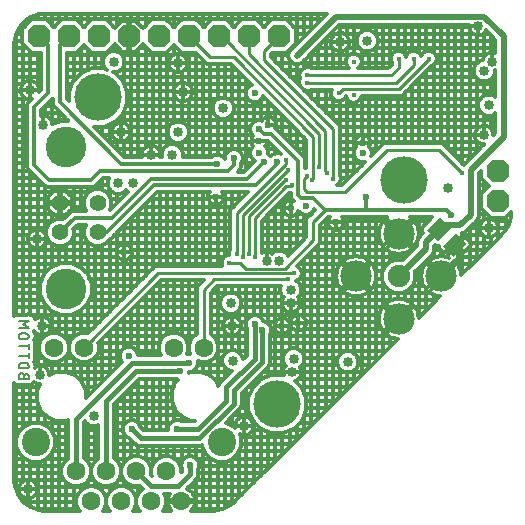
<source format=gbr>
G04 EAGLE Gerber RS-274X export*
G75*
%MOMM*%
%FSLAX34Y34*%
%LPD*%
%INBottom Copper*%
%IPPOS*%
%AMOC8*
5,1,8,0,0,1.08239X$1,22.5*%
G01*
%ADD10C,0.177800*%
%ADD11C,1.422400*%
%ADD12C,3.450000*%
%ADD13C,2.400300*%
%ADD14C,1.600000*%
%ADD15C,1.905000*%
%ADD16C,2.667000*%
%ADD17R,1.300000X1.500000*%
%ADD18P,2.089446X8X202.500000*%
%ADD19C,0.850000*%
%ADD20C,0.600000*%
%ADD21C,0.508000*%
%ADD22C,0.304800*%
%ADD23C,4.013200*%
%ADD24C,0.400000*%
%ADD25C,0.254000*%
%ADD26C,0.406400*%
%ADD27C,0.403200*%
%ADD28C,0.504800*%


D10*
X13166Y116459D02*
X13166Y118787D01*
X13165Y118787D02*
X13163Y118882D01*
X13157Y118977D01*
X13148Y119071D01*
X13134Y119165D01*
X13117Y119259D01*
X13096Y119351D01*
X13071Y119443D01*
X13042Y119533D01*
X13010Y119623D01*
X12974Y119711D01*
X12934Y119797D01*
X12892Y119882D01*
X12845Y119965D01*
X12795Y120046D01*
X12742Y120124D01*
X12686Y120201D01*
X12627Y120275D01*
X12565Y120347D01*
X12500Y120416D01*
X12432Y120483D01*
X12362Y120546D01*
X12288Y120607D01*
X12213Y120665D01*
X12135Y120719D01*
X12055Y120771D01*
X11973Y120819D01*
X11890Y120863D01*
X11804Y120905D01*
X11717Y120942D01*
X11628Y120976D01*
X11538Y121007D01*
X11447Y121034D01*
X11355Y121057D01*
X11262Y121076D01*
X11168Y121091D01*
X11074Y121103D01*
X10979Y121111D01*
X10884Y121115D01*
X10790Y121115D01*
X10695Y121111D01*
X10600Y121103D01*
X10506Y121091D01*
X10412Y121076D01*
X10319Y121057D01*
X10227Y121034D01*
X10136Y121007D01*
X10046Y120976D01*
X9957Y120942D01*
X9870Y120905D01*
X9784Y120863D01*
X9701Y120819D01*
X9619Y120771D01*
X9539Y120719D01*
X9461Y120665D01*
X9386Y120607D01*
X9312Y120546D01*
X9242Y120483D01*
X9174Y120416D01*
X9109Y120347D01*
X9047Y120275D01*
X8988Y120201D01*
X8932Y120124D01*
X8879Y120046D01*
X8829Y119965D01*
X8782Y119882D01*
X8740Y119797D01*
X8700Y119711D01*
X8664Y119623D01*
X8632Y119533D01*
X8603Y119443D01*
X8578Y119351D01*
X8557Y119259D01*
X8540Y119165D01*
X8526Y119071D01*
X8517Y118977D01*
X8511Y118882D01*
X8509Y118787D01*
X8509Y116459D01*
X16891Y116459D01*
X16891Y118787D01*
X16889Y118872D01*
X16883Y118956D01*
X16874Y119041D01*
X16860Y119124D01*
X16843Y119207D01*
X16822Y119290D01*
X16797Y119371D01*
X16769Y119451D01*
X16737Y119529D01*
X16701Y119606D01*
X16662Y119682D01*
X16620Y119755D01*
X16574Y119826D01*
X16525Y119896D01*
X16473Y119963D01*
X16418Y120027D01*
X16360Y120089D01*
X16300Y120149D01*
X16236Y120205D01*
X16171Y120259D01*
X16102Y120309D01*
X16032Y120356D01*
X15960Y120400D01*
X15885Y120441D01*
X15809Y120478D01*
X15731Y120512D01*
X15652Y120542D01*
X15571Y120569D01*
X15490Y120592D01*
X15407Y120611D01*
X15324Y120626D01*
X15240Y120638D01*
X15155Y120646D01*
X15070Y120650D01*
X14986Y120650D01*
X14901Y120646D01*
X14816Y120638D01*
X14732Y120626D01*
X14649Y120611D01*
X14566Y120592D01*
X14485Y120569D01*
X14404Y120542D01*
X14325Y120512D01*
X14247Y120478D01*
X14171Y120441D01*
X14096Y120400D01*
X14024Y120356D01*
X13954Y120309D01*
X13885Y120259D01*
X13820Y120205D01*
X13756Y120149D01*
X13696Y120089D01*
X13638Y120027D01*
X13583Y119963D01*
X13531Y119896D01*
X13482Y119826D01*
X13436Y119755D01*
X13394Y119682D01*
X13355Y119606D01*
X13319Y119529D01*
X13287Y119451D01*
X13259Y119371D01*
X13234Y119290D01*
X13213Y119207D01*
X13196Y119124D01*
X13182Y119041D01*
X13173Y118956D01*
X13167Y118872D01*
X13165Y118787D01*
X14563Y125082D02*
X10837Y125082D01*
X14563Y125083D02*
X14658Y125085D01*
X14753Y125091D01*
X14847Y125100D01*
X14941Y125114D01*
X15035Y125131D01*
X15127Y125152D01*
X15219Y125177D01*
X15309Y125206D01*
X15399Y125238D01*
X15487Y125274D01*
X15573Y125314D01*
X15658Y125356D01*
X15741Y125403D01*
X15822Y125453D01*
X15900Y125506D01*
X15977Y125562D01*
X16051Y125621D01*
X16123Y125683D01*
X16192Y125748D01*
X16259Y125816D01*
X16322Y125886D01*
X16383Y125960D01*
X16441Y126035D01*
X16495Y126113D01*
X16547Y126193D01*
X16595Y126275D01*
X16639Y126358D01*
X16681Y126444D01*
X16718Y126531D01*
X16752Y126620D01*
X16783Y126710D01*
X16810Y126801D01*
X16833Y126893D01*
X16852Y126986D01*
X16867Y127080D01*
X16879Y127174D01*
X16887Y127269D01*
X16891Y127364D01*
X16891Y127458D01*
X16887Y127553D01*
X16879Y127648D01*
X16867Y127742D01*
X16852Y127836D01*
X16833Y127929D01*
X16810Y128021D01*
X16783Y128112D01*
X16752Y128202D01*
X16718Y128291D01*
X16681Y128378D01*
X16639Y128464D01*
X16595Y128547D01*
X16547Y128629D01*
X16495Y128709D01*
X16441Y128787D01*
X16383Y128862D01*
X16322Y128936D01*
X16259Y129006D01*
X16192Y129074D01*
X16123Y129139D01*
X16051Y129201D01*
X15977Y129260D01*
X15900Y129316D01*
X15822Y129369D01*
X15741Y129419D01*
X15658Y129466D01*
X15573Y129508D01*
X15487Y129548D01*
X15399Y129584D01*
X15309Y129616D01*
X15219Y129645D01*
X15127Y129670D01*
X15035Y129691D01*
X14941Y129708D01*
X14847Y129722D01*
X14753Y129731D01*
X14658Y129737D01*
X14563Y129739D01*
X10837Y129739D01*
X10742Y129737D01*
X10647Y129731D01*
X10553Y129722D01*
X10459Y129708D01*
X10365Y129691D01*
X10273Y129670D01*
X10181Y129645D01*
X10091Y129616D01*
X10001Y129584D01*
X9913Y129548D01*
X9827Y129508D01*
X9742Y129466D01*
X9659Y129419D01*
X9578Y129369D01*
X9500Y129316D01*
X9423Y129260D01*
X9349Y129201D01*
X9277Y129139D01*
X9208Y129074D01*
X9141Y129006D01*
X9078Y128936D01*
X9017Y128862D01*
X8959Y128787D01*
X8905Y128709D01*
X8853Y128629D01*
X8805Y128547D01*
X8761Y128464D01*
X8719Y128378D01*
X8682Y128291D01*
X8648Y128202D01*
X8617Y128112D01*
X8590Y128021D01*
X8567Y127929D01*
X8548Y127836D01*
X8533Y127742D01*
X8521Y127648D01*
X8513Y127553D01*
X8509Y127458D01*
X8509Y127364D01*
X8513Y127269D01*
X8521Y127174D01*
X8533Y127080D01*
X8548Y126986D01*
X8567Y126893D01*
X8590Y126801D01*
X8617Y126710D01*
X8648Y126620D01*
X8682Y126531D01*
X8719Y126444D01*
X8761Y126358D01*
X8805Y126275D01*
X8853Y126193D01*
X8905Y126113D01*
X8959Y126035D01*
X9017Y125960D01*
X9078Y125886D01*
X9141Y125816D01*
X9208Y125748D01*
X9277Y125683D01*
X9349Y125621D01*
X9423Y125562D01*
X9500Y125506D01*
X9578Y125453D01*
X9659Y125403D01*
X9742Y125356D01*
X9827Y125314D01*
X9913Y125274D01*
X10001Y125238D01*
X10091Y125206D01*
X10181Y125177D01*
X10273Y125152D01*
X10365Y125131D01*
X10459Y125114D01*
X10553Y125100D01*
X10647Y125091D01*
X10742Y125085D01*
X10837Y125083D01*
X8509Y135945D02*
X16891Y135945D01*
X16891Y133617D02*
X16891Y138273D01*
X16891Y143870D02*
X8509Y143870D01*
X16891Y141541D02*
X16891Y146198D01*
X14563Y150076D02*
X10837Y150076D01*
X14563Y150076D02*
X14658Y150078D01*
X14753Y150084D01*
X14847Y150093D01*
X14941Y150107D01*
X15035Y150124D01*
X15127Y150145D01*
X15219Y150170D01*
X15309Y150199D01*
X15399Y150231D01*
X15487Y150267D01*
X15573Y150307D01*
X15658Y150349D01*
X15741Y150396D01*
X15822Y150446D01*
X15900Y150499D01*
X15977Y150555D01*
X16051Y150614D01*
X16123Y150676D01*
X16192Y150741D01*
X16259Y150809D01*
X16322Y150879D01*
X16383Y150953D01*
X16441Y151028D01*
X16495Y151106D01*
X16547Y151186D01*
X16595Y151268D01*
X16639Y151351D01*
X16681Y151437D01*
X16718Y151524D01*
X16752Y151613D01*
X16783Y151703D01*
X16810Y151794D01*
X16833Y151886D01*
X16852Y151979D01*
X16867Y152073D01*
X16879Y152167D01*
X16887Y152262D01*
X16891Y152357D01*
X16891Y152451D01*
X16887Y152546D01*
X16879Y152641D01*
X16867Y152735D01*
X16852Y152829D01*
X16833Y152922D01*
X16810Y153014D01*
X16783Y153105D01*
X16752Y153195D01*
X16718Y153284D01*
X16681Y153371D01*
X16639Y153457D01*
X16595Y153540D01*
X16547Y153622D01*
X16495Y153702D01*
X16441Y153780D01*
X16383Y153855D01*
X16322Y153929D01*
X16259Y153999D01*
X16192Y154067D01*
X16123Y154132D01*
X16051Y154194D01*
X15977Y154253D01*
X15900Y154309D01*
X15822Y154362D01*
X15741Y154412D01*
X15658Y154459D01*
X15573Y154501D01*
X15487Y154541D01*
X15399Y154577D01*
X15309Y154609D01*
X15219Y154638D01*
X15127Y154663D01*
X15035Y154684D01*
X14941Y154701D01*
X14847Y154715D01*
X14753Y154724D01*
X14658Y154730D01*
X14563Y154732D01*
X10837Y154732D01*
X10742Y154730D01*
X10647Y154724D01*
X10553Y154715D01*
X10459Y154701D01*
X10365Y154684D01*
X10273Y154663D01*
X10181Y154638D01*
X10091Y154609D01*
X10001Y154577D01*
X9913Y154541D01*
X9827Y154501D01*
X9742Y154459D01*
X9659Y154412D01*
X9578Y154362D01*
X9500Y154309D01*
X9423Y154253D01*
X9349Y154194D01*
X9277Y154132D01*
X9208Y154067D01*
X9141Y153999D01*
X9078Y153929D01*
X9017Y153855D01*
X8959Y153780D01*
X8905Y153702D01*
X8853Y153622D01*
X8805Y153540D01*
X8761Y153457D01*
X8719Y153371D01*
X8682Y153284D01*
X8648Y153195D01*
X8617Y153105D01*
X8590Y153014D01*
X8567Y152922D01*
X8548Y152829D01*
X8533Y152735D01*
X8521Y152641D01*
X8513Y152546D01*
X8509Y152451D01*
X8509Y152357D01*
X8513Y152262D01*
X8521Y152167D01*
X8533Y152073D01*
X8548Y151979D01*
X8567Y151886D01*
X8590Y151794D01*
X8617Y151703D01*
X8648Y151613D01*
X8682Y151524D01*
X8719Y151437D01*
X8761Y151351D01*
X8805Y151268D01*
X8853Y151186D01*
X8905Y151106D01*
X8959Y151028D01*
X9017Y150953D01*
X9078Y150879D01*
X9141Y150809D01*
X9208Y150741D01*
X9277Y150676D01*
X9349Y150614D01*
X9423Y150555D01*
X9500Y150499D01*
X9578Y150446D01*
X9659Y150396D01*
X9742Y150349D01*
X9827Y150307D01*
X9913Y150267D01*
X10001Y150231D01*
X10091Y150199D01*
X10181Y150170D01*
X10273Y150145D01*
X10365Y150124D01*
X10459Y150107D01*
X10553Y150093D01*
X10647Y150084D01*
X10742Y150078D01*
X10837Y150076D01*
X8509Y159669D02*
X16891Y159669D01*
X12234Y162463D01*
X16891Y165257D01*
X8509Y165257D01*
D11*
X75260Y265230D03*
X75260Y240230D03*
X43260Y240230D03*
X43260Y265230D03*
D12*
X48260Y192530D03*
X48260Y312930D03*
D13*
X22860Y62738D03*
X180340Y62738D03*
D14*
X38227Y142748D03*
X63627Y142748D03*
X139573Y142748D03*
X164973Y142748D03*
X57150Y38100D03*
X69850Y12700D03*
X82550Y38100D03*
X95250Y12700D03*
X107950Y38100D03*
X120650Y12700D03*
X133350Y38100D03*
X146050Y12700D03*
D15*
X330200Y203200D03*
D16*
X366261Y203200D03*
X330200Y239261D03*
X294139Y203200D03*
X330200Y167139D03*
D17*
G36*
X378265Y239401D02*
X387457Y230209D01*
X376851Y219603D01*
X367659Y228795D01*
X378265Y239401D01*
G37*
G36*
X364830Y252837D02*
X374022Y243645D01*
X363416Y233039D01*
X354224Y242231D01*
X364830Y252837D01*
G37*
D18*
X414020Y292100D03*
X414020Y266700D03*
X76200Y406400D03*
X101600Y406400D03*
X127000Y406400D03*
X152400Y406400D03*
X177800Y406400D03*
X203200Y406400D03*
X228600Y406400D03*
X50800Y406400D03*
X25400Y406400D03*
D19*
X17780Y360680D03*
X120650Y306070D03*
D20*
X212090Y317500D03*
X219710Y331470D03*
D19*
X402590Y322580D03*
X143510Y383540D03*
D20*
X299636Y316314D03*
X238931Y260794D03*
X175260Y270510D03*
X97790Y223520D03*
X276860Y248920D03*
D19*
X189230Y161290D03*
X218440Y215900D03*
X238760Y180340D03*
D20*
X245110Y163830D03*
X231600Y161290D03*
D19*
X240030Y121920D03*
D21*
X377558Y229502D02*
X381000Y226060D01*
X381000Y217939D02*
X366261Y203200D01*
X381000Y217939D02*
X381000Y226060D01*
D19*
X406400Y243840D03*
X199390Y76200D03*
X26670Y119380D03*
X16510Y22860D03*
X24130Y234950D03*
X27940Y161290D03*
X397510Y415290D03*
X408940Y384810D03*
X280670Y401320D03*
X147320Y359410D03*
X95250Y325120D03*
X29210Y331470D03*
D22*
X239014Y270567D02*
X239942Y268327D01*
X241462Y266807D01*
X240834Y267067D01*
X239574Y267318D01*
X238931Y267318D01*
X238931Y260794D01*
X238931Y260794D01*
X238931Y267318D01*
X238288Y267318D01*
X237028Y267067D01*
X235841Y266575D01*
X234772Y265862D01*
X233864Y264953D01*
X233150Y263884D01*
X232658Y262697D01*
X232407Y261437D01*
X232407Y260794D01*
X238931Y260794D01*
X238931Y260794D01*
X232407Y260794D01*
X232407Y260151D01*
X232658Y258891D01*
X233150Y257704D01*
X233864Y256635D01*
X234772Y255726D01*
X235841Y255013D01*
X237028Y254521D01*
X238288Y254270D01*
X238931Y254270D01*
X238931Y260794D01*
X238931Y260794D01*
X238931Y254270D01*
X239574Y254270D01*
X240834Y254521D01*
X242021Y255013D01*
X243090Y255726D01*
X243999Y256635D01*
X244713Y257704D01*
X245071Y258570D01*
X247171Y256471D01*
X249954Y255318D01*
X252966Y255318D01*
X255749Y256471D01*
X257879Y258601D01*
X258450Y259979D01*
X259529Y258900D01*
X255390Y254762D01*
X251968Y251340D01*
X251968Y236100D01*
X236280Y220412D01*
X236079Y220897D01*
X233597Y223379D01*
X230355Y224722D01*
X226845Y224722D01*
X223603Y223379D01*
X222656Y222432D01*
X222122Y222789D01*
X220708Y223375D01*
X219206Y223674D01*
X218440Y223674D01*
X218440Y215900D01*
X218440Y215900D01*
X218440Y223674D01*
X217674Y223674D01*
X216172Y223375D01*
X214758Y222789D01*
X214257Y222454D01*
X214122Y222780D01*
X214122Y250310D01*
X237370Y273558D01*
X239014Y273558D01*
X239014Y270567D01*
X136194Y18740D02*
X135370Y17124D01*
X134810Y15399D01*
X134526Y13607D01*
X134526Y13399D01*
X145351Y13399D01*
X145351Y12001D01*
X134526Y12001D01*
X134526Y11793D01*
X134810Y10001D01*
X135370Y8276D01*
X136194Y6660D01*
X137260Y5193D01*
X137754Y4699D01*
X130428Y4699D01*
X131308Y5579D01*
X133222Y10199D01*
X133222Y15201D01*
X131733Y18796D01*
X136235Y18796D01*
X136194Y18740D01*
X120522Y35599D02*
X120522Y40601D01*
X118608Y45221D01*
X115071Y48758D01*
X110451Y50672D01*
X105449Y50672D01*
X100829Y48758D01*
X97292Y45221D01*
X95378Y40601D01*
X95378Y35599D01*
X97292Y30979D01*
X100829Y27442D01*
X105449Y25528D01*
X110451Y25528D01*
X110968Y25742D01*
X113441Y23270D01*
X109992Y19821D01*
X108078Y15201D01*
X108078Y10199D01*
X109992Y5579D01*
X110872Y4699D01*
X105028Y4699D01*
X105908Y5579D01*
X107822Y10199D01*
X107822Y15201D01*
X105908Y19821D01*
X102371Y23358D01*
X97751Y25272D01*
X92749Y25272D01*
X88129Y23358D01*
X84592Y19821D01*
X82678Y15201D01*
X82678Y10199D01*
X84592Y5579D01*
X85472Y4699D01*
X79628Y4699D01*
X80508Y5579D01*
X82422Y10199D01*
X82422Y15201D01*
X80508Y19821D01*
X76971Y23358D01*
X72351Y25272D01*
X67349Y25272D01*
X62729Y23358D01*
X59192Y19821D01*
X57278Y15201D01*
X57278Y10199D01*
X59192Y5579D01*
X60072Y4699D01*
X29972Y4699D01*
X26018Y5010D01*
X18498Y7454D01*
X12101Y12101D01*
X7454Y18498D01*
X5010Y26018D01*
X4699Y29972D01*
X4699Y112546D01*
X6247Y110998D01*
X19153Y110998D01*
X21605Y113450D01*
X21714Y113342D01*
X22988Y112491D01*
X24402Y111905D01*
X25904Y111606D01*
X26051Y111606D01*
X23622Y105743D01*
X23622Y97457D01*
X26793Y89802D01*
X32652Y83943D01*
X40307Y80772D01*
X48593Y80772D01*
X50546Y81581D01*
X50546Y48972D01*
X50029Y48758D01*
X46492Y45221D01*
X44578Y40601D01*
X44578Y35599D01*
X46492Y30979D01*
X50029Y27442D01*
X54649Y25528D01*
X59651Y25528D01*
X64271Y27442D01*
X67808Y30979D01*
X69722Y35599D01*
X69722Y40601D01*
X67808Y45221D01*
X64271Y48758D01*
X63754Y48972D01*
X63754Y79815D01*
X64654Y80714D01*
X64911Y80093D01*
X67393Y77611D01*
X70635Y76268D01*
X74145Y76268D01*
X75946Y77014D01*
X75946Y48972D01*
X75429Y48758D01*
X71892Y45221D01*
X69978Y40601D01*
X69978Y35599D01*
X71892Y30979D01*
X75429Y27442D01*
X80049Y25528D01*
X85051Y25528D01*
X89671Y27442D01*
X93208Y30979D01*
X95122Y35599D01*
X95122Y40601D01*
X93208Y45221D01*
X89671Y48758D01*
X89154Y48972D01*
X89154Y95055D01*
X110685Y116586D01*
X140937Y116586D01*
X143274Y115618D01*
X143313Y115618D01*
X141093Y113398D01*
X137922Y105743D01*
X137922Y97457D01*
X141093Y89802D01*
X146952Y83943D01*
X154607Y80772D01*
X157793Y80772D01*
X157285Y80264D01*
X146083Y80264D01*
X143746Y81232D01*
X140734Y81232D01*
X137951Y80079D01*
X135821Y77949D01*
X134668Y75166D01*
X134668Y72644D01*
X114495Y72644D01*
X111527Y75612D01*
X110559Y77949D01*
X108429Y80079D01*
X105646Y81232D01*
X102634Y81232D01*
X99851Y80079D01*
X97721Y77949D01*
X96568Y75166D01*
X96568Y72154D01*
X97721Y69371D01*
X99851Y67241D01*
X102188Y66273D01*
X106161Y62299D01*
X108019Y60441D01*
X110446Y59436D01*
X162425Y59436D01*
X163767Y59992D01*
X163767Y59441D01*
X166290Y53350D01*
X170952Y48688D01*
X177043Y46165D01*
X183637Y46165D01*
X189728Y48688D01*
X194390Y53350D01*
X196913Y59441D01*
X196913Y66035D01*
X195499Y69450D01*
X195708Y69311D01*
X197122Y68725D01*
X198624Y68426D01*
X199390Y68426D01*
X199390Y76200D01*
X199390Y76200D01*
X199390Y68426D01*
X200156Y68426D01*
X201658Y68725D01*
X203072Y69311D01*
X204346Y70162D01*
X205428Y71244D01*
X206279Y72518D01*
X206865Y73932D01*
X207164Y75434D01*
X207164Y76200D01*
X199390Y76200D01*
X199390Y76200D01*
X207164Y76200D01*
X207164Y76966D01*
X206865Y78468D01*
X206279Y79882D01*
X205428Y81156D01*
X204346Y82238D01*
X203072Y83089D01*
X201658Y83675D01*
X200156Y83974D01*
X199390Y83974D01*
X199390Y76200D01*
X199390Y76200D01*
X199390Y83974D01*
X198624Y83974D01*
X197122Y83675D01*
X195708Y83089D01*
X194434Y82238D01*
X193352Y81156D01*
X192501Y79882D01*
X191915Y78468D01*
X191616Y76966D01*
X191616Y76200D01*
X199390Y76200D01*
X199390Y76200D01*
X191616Y76200D01*
X191616Y75434D01*
X191749Y74768D01*
X189728Y76788D01*
X183697Y79286D01*
X194241Y89830D01*
X196099Y91688D01*
X197104Y94115D01*
X197104Y103945D01*
X220229Y127069D01*
X221234Y129496D01*
X221234Y153637D01*
X222202Y155974D01*
X222202Y158986D01*
X221049Y161769D01*
X218919Y163899D01*
X216136Y165052D01*
X215444Y165052D01*
X214699Y166849D01*
X212569Y168979D01*
X209786Y170132D01*
X206774Y170132D01*
X203991Y168979D01*
X201861Y166849D01*
X200708Y164066D01*
X200708Y161054D01*
X201676Y158717D01*
X201676Y136085D01*
X198317Y132726D01*
X198317Y133570D01*
X196974Y136812D01*
X194492Y139294D01*
X191250Y140637D01*
X187740Y140637D01*
X184498Y139294D01*
X182016Y136812D01*
X180673Y133570D01*
X180673Y130060D01*
X182016Y126818D01*
X184498Y124336D01*
X187740Y122993D01*
X188584Y122993D01*
X178551Y112961D01*
X177570Y110591D01*
X176407Y113398D01*
X170548Y119257D01*
X162893Y122428D01*
X154607Y122428D01*
X152257Y121455D01*
X152352Y121684D01*
X152352Y122158D01*
X153906Y122158D01*
X156689Y123311D01*
X158819Y125441D01*
X159972Y128224D01*
X159972Y131212D01*
X162472Y130176D01*
X167474Y130176D01*
X172094Y132090D01*
X175631Y135627D01*
X177545Y140247D01*
X177545Y145249D01*
X175631Y149869D01*
X172094Y153406D01*
X170815Y153936D01*
X170815Y189223D01*
X176510Y194918D01*
X230515Y194918D01*
X229938Y193525D01*
X229938Y190015D01*
X231281Y186773D01*
X232740Y185314D01*
X232722Y185296D01*
X231871Y184022D01*
X231285Y182608D01*
X230986Y181106D01*
X230986Y180340D01*
X238760Y180340D01*
X238760Y180340D01*
X230986Y180340D01*
X230986Y179574D01*
X231285Y178072D01*
X231871Y176658D01*
X232722Y175384D01*
X233804Y174302D01*
X235078Y173451D01*
X236492Y172865D01*
X237994Y172566D01*
X238760Y172566D01*
X238760Y180340D01*
X238760Y180340D01*
X238760Y172566D01*
X239526Y172566D01*
X241028Y172865D01*
X242442Y173451D01*
X243716Y174302D01*
X244798Y175384D01*
X245649Y176658D01*
X246235Y178072D01*
X246534Y179574D01*
X246534Y180340D01*
X238760Y180340D01*
X238760Y180340D01*
X246534Y180340D01*
X246534Y181106D01*
X246235Y182608D01*
X245649Y184022D01*
X244798Y185296D01*
X244780Y185314D01*
X246239Y186773D01*
X247582Y190015D01*
X247582Y193525D01*
X246239Y196767D01*
X243757Y199249D01*
X243280Y199447D01*
X245023Y200169D01*
X246871Y202017D01*
X247872Y204433D01*
X247872Y207047D01*
X246871Y209463D01*
X245023Y211311D01*
X244090Y211698D01*
X263652Y231260D01*
X263652Y246500D01*
X270136Y252984D01*
X271729Y252984D01*
X271079Y252010D01*
X270587Y250823D01*
X270336Y249563D01*
X270336Y248920D01*
X276860Y248920D01*
X276860Y248920D01*
X270336Y248920D01*
X270336Y248277D01*
X270587Y247017D01*
X271079Y245830D01*
X271792Y244761D01*
X272701Y243852D01*
X273770Y243139D01*
X274957Y242647D01*
X276217Y242396D01*
X276860Y242396D01*
X276860Y248920D01*
X276860Y248920D01*
X276860Y242396D01*
X277503Y242396D01*
X278763Y242647D01*
X279950Y243139D01*
X281019Y243852D01*
X281928Y244761D01*
X282641Y245830D01*
X283133Y247017D01*
X283384Y248277D01*
X283384Y248920D01*
X276860Y248920D01*
X276860Y248920D01*
X283384Y248920D01*
X283384Y249563D01*
X283133Y250823D01*
X282641Y252010D01*
X281991Y252984D01*
X320390Y252984D01*
X319395Y252221D01*
X330200Y241416D01*
X328045Y239261D01*
X317240Y250066D01*
X316152Y248647D01*
X315047Y246734D01*
X314201Y244692D01*
X313629Y242557D01*
X313341Y240366D01*
X313341Y238156D01*
X313629Y235965D01*
X314201Y233830D01*
X315047Y231788D01*
X316152Y229875D01*
X317240Y228457D01*
X328045Y239261D01*
X330200Y237106D01*
X319395Y226301D01*
X320814Y225213D01*
X322727Y224108D01*
X324769Y223262D01*
X326904Y222691D01*
X329095Y222402D01*
X331305Y222402D01*
X333496Y222691D01*
X335631Y223262D01*
X337673Y224108D01*
X339586Y225213D01*
X341004Y226301D01*
X330200Y237106D01*
X332355Y239261D01*
X343160Y228457D01*
X344248Y229875D01*
X345353Y231788D01*
X345948Y233225D01*
X345948Y229006D01*
X333877Y216935D01*
X333004Y217297D01*
X327396Y217297D01*
X322215Y215151D01*
X318249Y211185D01*
X316103Y206004D01*
X316103Y200396D01*
X318249Y195215D01*
X322215Y191249D01*
X327396Y189103D01*
X333004Y189103D01*
X338185Y191249D01*
X342151Y195215D01*
X344297Y200396D01*
X344297Y206004D01*
X343935Y206877D01*
X357089Y220031D01*
X357089Y220031D01*
X359089Y222031D01*
X360172Y224645D01*
X360172Y228929D01*
X360615Y229372D01*
X361522Y228466D01*
X364134Y228466D01*
X364134Y228331D01*
X364374Y227435D01*
X364838Y226632D01*
X368685Y222785D01*
X375402Y229502D01*
X377557Y227347D01*
X370840Y220630D01*
X372681Y218789D01*
X371692Y219199D01*
X369557Y219771D01*
X367366Y220059D01*
X365156Y220059D01*
X362965Y219771D01*
X360830Y219199D01*
X358789Y218353D01*
X356875Y217248D01*
X355457Y216160D01*
X366261Y205355D01*
X364106Y203200D01*
X353301Y214004D01*
X352213Y212586D01*
X351108Y210673D01*
X350263Y208631D01*
X349691Y206496D01*
X349402Y204305D01*
X349402Y202095D01*
X349691Y199904D01*
X350263Y197769D01*
X351108Y195727D01*
X352213Y193814D01*
X353301Y192395D01*
X364106Y203200D01*
X366261Y201045D01*
X355457Y190240D01*
X356875Y189152D01*
X358789Y188047D01*
X360830Y187201D01*
X362965Y186629D01*
X365156Y186341D01*
X365370Y186341D01*
X347059Y168030D01*
X347059Y168244D01*
X346771Y170435D01*
X346199Y172570D01*
X345353Y174611D01*
X344248Y176525D01*
X343160Y177943D01*
X332355Y167139D01*
X330200Y169294D01*
X341004Y180099D01*
X339586Y181187D01*
X337673Y182292D01*
X335631Y183137D01*
X333496Y183709D01*
X331305Y183998D01*
X329095Y183998D01*
X326904Y183709D01*
X324769Y183137D01*
X322727Y182292D01*
X320814Y181187D01*
X319395Y180099D01*
X330200Y169294D01*
X328045Y167139D01*
X317240Y177943D01*
X316152Y176525D01*
X315047Y174611D01*
X314201Y172570D01*
X313629Y170435D01*
X313341Y168244D01*
X313341Y166034D01*
X313629Y163843D01*
X314201Y161708D01*
X315047Y159666D01*
X316152Y157752D01*
X317240Y156334D01*
X328045Y167139D01*
X330200Y164984D01*
X319395Y154179D01*
X320814Y153091D01*
X322727Y151986D01*
X324769Y151140D01*
X326904Y150568D01*
X329095Y150280D01*
X329309Y150280D01*
X192605Y13577D01*
X192588Y13577D01*
X191230Y12201D01*
X191219Y12190D01*
X188756Y10003D01*
X183081Y6678D01*
X176739Y4935D01*
X173453Y4699D01*
X154346Y4699D01*
X154840Y5193D01*
X155906Y6660D01*
X156730Y8276D01*
X157290Y10001D01*
X157574Y11793D01*
X157574Y12001D01*
X146749Y12001D01*
X146749Y13399D01*
X157574Y13399D01*
X157574Y13607D01*
X157290Y15399D01*
X156730Y17124D01*
X155906Y18740D01*
X154840Y20207D01*
X153557Y21490D01*
X152090Y22556D01*
X150709Y23260D01*
X159269Y31819D01*
X160274Y34246D01*
X160274Y39337D01*
X161242Y41674D01*
X161242Y44686D01*
X160089Y47469D01*
X157959Y49599D01*
X155176Y50752D01*
X152164Y50752D01*
X149381Y49599D01*
X147251Y47469D01*
X146098Y44686D01*
X146098Y41674D01*
X147066Y39337D01*
X147066Y38295D01*
X145922Y37151D01*
X145922Y40601D01*
X144008Y45221D01*
X140471Y48758D01*
X135851Y50672D01*
X130849Y50672D01*
X126229Y48758D01*
X122692Y45221D01*
X120778Y40601D01*
X120778Y35599D01*
X121477Y33913D01*
X120308Y35082D01*
X120522Y35599D01*
X295842Y129055D02*
X295842Y132565D01*
X294499Y135807D01*
X292017Y138289D01*
X288775Y139632D01*
X285265Y139632D01*
X282023Y138289D01*
X279541Y135807D01*
X278198Y132565D01*
X278198Y129055D01*
X279541Y125813D01*
X282023Y123331D01*
X285265Y121988D01*
X288775Y121988D01*
X292017Y123331D01*
X294499Y125813D01*
X295842Y129055D01*
X196782Y178585D02*
X196782Y182095D01*
X195439Y185337D01*
X192957Y187819D01*
X189715Y189162D01*
X186205Y189162D01*
X182963Y187819D01*
X180481Y185337D01*
X179138Y182095D01*
X179138Y178585D01*
X180481Y175343D01*
X182963Y172861D01*
X186205Y171518D01*
X189715Y171518D01*
X192957Y172861D01*
X195439Y175343D01*
X196782Y178585D01*
X233992Y126876D02*
X233141Y125602D01*
X232555Y124188D01*
X232256Y122686D01*
X232256Y121920D01*
X240030Y121920D01*
X240030Y121920D01*
X232256Y121920D01*
X232256Y121154D01*
X232555Y119652D01*
X232631Y119468D01*
X232231Y119634D01*
X222429Y119634D01*
X213374Y115883D01*
X206443Y108952D01*
X202692Y99897D01*
X202692Y90095D01*
X206443Y81040D01*
X213374Y74109D01*
X222429Y70358D01*
X232231Y70358D01*
X241286Y74109D01*
X248217Y81040D01*
X251968Y90095D01*
X251968Y99897D01*
X248217Y108952D01*
X242600Y114570D01*
X243712Y115031D01*
X244986Y115882D01*
X246068Y116964D01*
X246919Y118238D01*
X247505Y119652D01*
X247804Y121154D01*
X247804Y121920D01*
X240030Y121920D01*
X240030Y121920D01*
X247804Y121920D01*
X247804Y122686D01*
X247505Y124188D01*
X246919Y125602D01*
X246562Y126136D01*
X248779Y128353D01*
X250122Y131595D01*
X250122Y135105D01*
X248779Y138347D01*
X246297Y140829D01*
X243055Y142172D01*
X239545Y142172D01*
X236303Y140829D01*
X233821Y138347D01*
X232478Y135105D01*
X232478Y131595D01*
X233821Y128353D01*
X234645Y127529D01*
X233992Y126876D01*
X303525Y189152D02*
X304943Y190240D01*
X294139Y201045D01*
X296294Y203200D01*
X307099Y192395D01*
X308187Y193814D01*
X309292Y195727D01*
X310138Y197769D01*
X310709Y199904D01*
X310998Y202095D01*
X310998Y204305D01*
X310709Y206496D01*
X310138Y208631D01*
X309292Y210673D01*
X308187Y212586D01*
X307099Y214004D01*
X296294Y203200D01*
X294139Y205355D01*
X304943Y216160D01*
X303525Y217248D01*
X301612Y218353D01*
X299570Y219199D01*
X297435Y219771D01*
X295244Y220059D01*
X293034Y220059D01*
X290843Y219771D01*
X288708Y219199D01*
X286666Y218353D01*
X284753Y217248D01*
X283334Y216160D01*
X294139Y205355D01*
X291984Y203200D01*
X281179Y214004D01*
X280091Y212586D01*
X278986Y210673D01*
X278140Y208631D01*
X277568Y206496D01*
X277280Y204305D01*
X277280Y202095D01*
X277568Y199904D01*
X278140Y197769D01*
X278986Y195727D01*
X280091Y193814D01*
X281179Y192395D01*
X291984Y203200D01*
X294139Y201045D01*
X283334Y190240D01*
X284753Y189152D01*
X286666Y188047D01*
X288708Y187201D01*
X290843Y186629D01*
X293034Y186341D01*
X295244Y186341D01*
X297435Y186629D01*
X299570Y187201D01*
X301612Y188047D01*
X303525Y189152D01*
X39433Y66035D02*
X39433Y59441D01*
X39433Y66035D02*
X36910Y72126D01*
X32248Y76788D01*
X26157Y79311D01*
X19563Y79311D01*
X13472Y76788D01*
X8810Y72126D01*
X6287Y66035D01*
X6287Y59441D01*
X8810Y53350D01*
X13472Y48688D01*
X19563Y46165D01*
X26157Y46165D01*
X32248Y48688D01*
X36910Y53350D01*
X39433Y59441D01*
X189230Y161290D02*
X189230Y169064D01*
X189230Y161290D02*
X189230Y161290D01*
X189230Y169064D01*
X188464Y169064D01*
X186962Y168765D01*
X185548Y168179D01*
X184274Y167328D01*
X183192Y166246D01*
X182341Y164972D01*
X181755Y163558D01*
X181456Y162056D01*
X181456Y161290D01*
X189230Y161290D01*
X189230Y161290D01*
X181456Y161290D01*
X181456Y160524D01*
X181755Y159022D01*
X182341Y157608D01*
X183192Y156334D01*
X184274Y155252D01*
X185548Y154401D01*
X186962Y153815D01*
X188464Y153516D01*
X189230Y153516D01*
X189230Y161290D01*
X189230Y161290D01*
X189230Y153516D01*
X189996Y153516D01*
X191498Y153815D01*
X192912Y154401D01*
X194186Y155252D01*
X195268Y156334D01*
X196119Y157608D01*
X196705Y159022D01*
X197004Y160524D01*
X197004Y161290D01*
X189230Y161290D01*
X189230Y161290D01*
X197004Y161290D01*
X197004Y162056D01*
X196705Y163558D01*
X196119Y164972D01*
X195268Y166246D01*
X194186Y167328D01*
X192912Y168179D01*
X191498Y168765D01*
X189996Y169064D01*
X189230Y169064D01*
X245110Y170354D02*
X245110Y163830D01*
X245110Y163830D01*
X245110Y170354D01*
X244467Y170354D01*
X243207Y170103D01*
X242020Y169611D01*
X240951Y168898D01*
X240042Y167989D01*
X239329Y166920D01*
X238837Y165733D01*
X238586Y164473D01*
X238586Y163830D01*
X245110Y163830D01*
X245110Y163830D01*
X238586Y163830D01*
X238586Y163187D01*
X238837Y161927D01*
X239329Y160740D01*
X240042Y159671D01*
X240951Y158762D01*
X242020Y158049D01*
X243207Y157557D01*
X244467Y157306D01*
X245110Y157306D01*
X245110Y163830D01*
X245110Y163830D01*
X245110Y157306D01*
X245753Y157306D01*
X247013Y157557D01*
X248200Y158049D01*
X249269Y158762D01*
X250178Y159671D01*
X250891Y160740D01*
X251383Y161927D01*
X251634Y163187D01*
X251634Y163830D01*
X245110Y163830D01*
X245110Y163830D01*
X251634Y163830D01*
X251634Y164473D01*
X251383Y165733D01*
X250891Y166920D01*
X250178Y167989D01*
X249269Y168898D01*
X248200Y169611D01*
X247013Y170103D01*
X245753Y170354D01*
X245110Y170354D01*
X231600Y167814D02*
X231600Y161290D01*
X231600Y161290D01*
X231600Y167814D01*
X230957Y167814D01*
X229697Y167563D01*
X228510Y167071D01*
X227441Y166358D01*
X226533Y165449D01*
X225819Y164380D01*
X225327Y163193D01*
X225076Y161933D01*
X225076Y161290D01*
X231600Y161290D01*
X231600Y161290D01*
X225076Y161290D01*
X225076Y160647D01*
X225327Y159387D01*
X225819Y158200D01*
X226533Y157131D01*
X227441Y156222D01*
X228510Y155509D01*
X229697Y155017D01*
X230957Y154766D01*
X231600Y154766D01*
X231600Y161290D01*
X231600Y161290D01*
X231600Y154766D01*
X232243Y154766D01*
X233503Y155017D01*
X234690Y155509D01*
X235759Y156222D01*
X236668Y157131D01*
X237382Y158200D01*
X237873Y159387D01*
X238124Y160647D01*
X238124Y161290D01*
X231600Y161290D01*
X231600Y161290D01*
X238124Y161290D01*
X238124Y161933D01*
X237873Y163193D01*
X237382Y164380D01*
X236668Y165449D01*
X235759Y166358D01*
X234690Y167071D01*
X233503Y167563D01*
X232243Y167814D01*
X231600Y167814D01*
X16510Y30634D02*
X16510Y22860D01*
X16510Y22860D01*
X16510Y30634D01*
X15744Y30634D01*
X14242Y30335D01*
X12828Y29749D01*
X11554Y28898D01*
X10472Y27816D01*
X9621Y26542D01*
X9035Y25128D01*
X8736Y23626D01*
X8736Y22860D01*
X16510Y22860D01*
X16510Y22860D01*
X8736Y22860D01*
X8736Y22094D01*
X9035Y20592D01*
X9621Y19178D01*
X10472Y17904D01*
X11554Y16822D01*
X12828Y15971D01*
X14242Y15385D01*
X15744Y15086D01*
X16510Y15086D01*
X16510Y22860D01*
X16510Y22860D01*
X16510Y15086D01*
X17276Y15086D01*
X18778Y15385D01*
X20192Y15971D01*
X21466Y16822D01*
X22548Y17904D01*
X23399Y19178D01*
X23985Y20592D01*
X24284Y22094D01*
X24284Y22860D01*
X16510Y22860D01*
X16510Y22860D01*
X24284Y22860D01*
X24284Y23626D01*
X23985Y25128D01*
X23399Y26542D01*
X22548Y27816D01*
X21466Y28898D01*
X20192Y29749D01*
X18778Y30335D01*
X17276Y30634D01*
X16510Y30634D01*
X346771Y235965D02*
X347059Y238156D01*
X347059Y240366D01*
X346771Y242557D01*
X346199Y244692D01*
X345353Y246734D01*
X344248Y248647D01*
X343160Y250066D01*
X332355Y239261D01*
X330200Y241416D01*
X341004Y252221D01*
X340010Y252984D01*
X358511Y252984D01*
X349651Y244124D01*
X349651Y240337D01*
X350557Y239430D01*
X349031Y237904D01*
X347031Y235904D01*
X346247Y234012D01*
X346771Y235965D01*
X220189Y306139D02*
X219662Y306358D01*
X219662Y308846D01*
X218509Y311629D01*
X216977Y313161D01*
X217158Y313341D01*
X217871Y314410D01*
X218363Y315597D01*
X218614Y316857D01*
X218614Y317500D01*
X212090Y317500D01*
X212090Y317500D01*
X218614Y317500D01*
X218614Y317754D01*
X219725Y317754D01*
X230593Y306886D01*
X230326Y306619D01*
X228932Y307196D01*
X225920Y307196D01*
X223137Y306043D01*
X221711Y304617D01*
X220189Y306139D01*
X38012Y347067D02*
X37084Y349307D01*
X38012Y347067D02*
X39727Y345352D01*
X39727Y345352D01*
X50327Y334752D01*
X43919Y334752D01*
X36984Y331879D01*
X36984Y332236D01*
X36685Y333738D01*
X36099Y335152D01*
X35248Y336426D01*
X34166Y337508D01*
X32892Y338359D01*
X31478Y338945D01*
X29976Y339244D01*
X29210Y339244D01*
X29210Y331470D01*
X29210Y331470D01*
X29210Y339244D01*
X28444Y339244D01*
X27686Y339093D01*
X27686Y344185D01*
X36473Y352972D01*
X37084Y353583D01*
X37084Y349307D01*
X402590Y330354D02*
X402590Y322580D01*
X402590Y322580D01*
X402590Y330354D01*
X401824Y330354D01*
X400322Y330055D01*
X398908Y329469D01*
X397634Y328618D01*
X396552Y327536D01*
X395701Y326262D01*
X395115Y324848D01*
X394816Y323346D01*
X394816Y322580D01*
X402590Y322580D01*
X402590Y322580D01*
X394816Y322580D01*
X394816Y321814D01*
X395115Y320312D01*
X395701Y318898D01*
X396552Y317624D01*
X397634Y316542D01*
X398908Y315691D01*
X400322Y315105D01*
X401824Y314806D01*
X402538Y314806D01*
X385182Y297450D01*
X370062Y312570D01*
X366640Y315992D01*
X317890Y315992D01*
X314468Y312570D01*
X306981Y305083D01*
X307292Y305834D01*
X307292Y308846D01*
X306139Y311629D01*
X305068Y312700D01*
X305418Y313223D01*
X305910Y314411D01*
X306160Y315671D01*
X306160Y316313D01*
X299637Y316313D01*
X299637Y316314D01*
X306160Y316314D01*
X306160Y316956D01*
X305910Y318217D01*
X305418Y319404D01*
X304704Y320472D01*
X303795Y321381D01*
X302727Y322095D01*
X301539Y322587D01*
X300279Y322838D01*
X299637Y322838D01*
X299637Y316314D01*
X299636Y316314D01*
X299636Y322838D01*
X298994Y322838D01*
X297733Y322587D01*
X296546Y322095D01*
X295478Y321381D01*
X294569Y320472D01*
X293855Y319404D01*
X293363Y318217D01*
X293112Y316956D01*
X293112Y316314D01*
X299636Y316314D01*
X299636Y316313D01*
X293112Y316313D01*
X293112Y315671D01*
X293363Y314411D01*
X293855Y313223D01*
X294272Y312600D01*
X293301Y311629D01*
X292148Y308846D01*
X292148Y305834D01*
X293301Y303051D01*
X295431Y300921D01*
X298214Y299768D01*
X301226Y299768D01*
X301977Y300079D01*
X282060Y280162D01*
X278045Y280162D01*
X278052Y280165D01*
X279905Y282018D01*
X280908Y284440D01*
X280908Y287060D01*
X280162Y288861D01*
X280162Y330080D01*
X221742Y388500D01*
X221742Y391280D01*
X222673Y392211D01*
X222708Y392176D01*
X234492Y392176D01*
X242824Y400508D01*
X242824Y412292D01*
X234492Y420624D01*
X222708Y420624D01*
X215900Y413816D01*
X209092Y420624D01*
X197308Y420624D01*
X190500Y413816D01*
X183692Y420624D01*
X171908Y420624D01*
X165100Y413816D01*
X158292Y420624D01*
X146508Y420624D01*
X139700Y413816D01*
X132892Y420624D01*
X121108Y420624D01*
X113559Y413075D01*
X107058Y419576D01*
X102616Y419576D01*
X102616Y407416D01*
X100584Y407416D01*
X100584Y419576D01*
X96142Y419576D01*
X89641Y413075D01*
X82092Y420624D01*
X70308Y420624D01*
X63500Y413816D01*
X56692Y420624D01*
X44908Y420624D01*
X38100Y413816D01*
X31292Y420624D01*
X19508Y420624D01*
X11176Y412292D01*
X11176Y400508D01*
X19508Y392176D01*
X26924Y392176D01*
X26924Y360665D01*
X25400Y359141D01*
X25554Y359914D01*
X25554Y360680D01*
X17780Y360680D01*
X17780Y360680D01*
X25554Y360680D01*
X25554Y361446D01*
X25255Y362948D01*
X24669Y364362D01*
X23818Y365636D01*
X22736Y366718D01*
X21462Y367569D01*
X20048Y368155D01*
X18546Y368454D01*
X17780Y368454D01*
X17780Y360680D01*
X17780Y360680D01*
X17780Y368454D01*
X17014Y368454D01*
X15512Y368155D01*
X14098Y367569D01*
X12824Y366718D01*
X11742Y365636D01*
X10891Y364362D01*
X10305Y362948D01*
X10006Y361446D01*
X10006Y360680D01*
X17780Y360680D01*
X17780Y360680D01*
X10006Y360680D01*
X10006Y359914D01*
X10305Y358412D01*
X10891Y356998D01*
X11742Y355724D01*
X12824Y354642D01*
X14098Y353791D01*
X15512Y353205D01*
X17014Y352906D01*
X17780Y352906D01*
X17780Y360680D01*
X17780Y360680D01*
X17780Y352906D01*
X18546Y352906D01*
X19319Y353060D01*
X16422Y350163D01*
X15494Y347923D01*
X15494Y295967D01*
X16422Y293727D01*
X18137Y292012D01*
X30837Y279312D01*
X33077Y278384D01*
X71063Y278384D01*
X73303Y279312D01*
X75018Y281027D01*
X79995Y286004D01*
X84845Y286004D01*
X83888Y283695D01*
X83888Y280185D01*
X85231Y276943D01*
X87713Y274461D01*
X90955Y273118D01*
X94465Y273118D01*
X97707Y274461D01*
X99060Y275814D01*
X100413Y274461D01*
X100644Y274365D01*
X85359Y259080D01*
X86944Y262906D01*
X86944Y267554D01*
X85165Y271848D01*
X81878Y275135D01*
X77584Y276914D01*
X72936Y276914D01*
X68642Y275135D01*
X65355Y271848D01*
X63576Y267554D01*
X63576Y262906D01*
X65266Y258826D01*
X54547Y258826D01*
X52307Y257898D01*
X50592Y256183D01*
X46107Y251698D01*
X45584Y251914D01*
X40936Y251914D01*
X36642Y250135D01*
X33355Y246848D01*
X31576Y242554D01*
X31576Y237906D01*
X33355Y233612D01*
X36642Y230325D01*
X40936Y228546D01*
X45584Y228546D01*
X49878Y230325D01*
X53165Y233612D01*
X54944Y237906D01*
X54944Y242554D01*
X54728Y243077D01*
X58285Y246634D01*
X65266Y246634D01*
X63576Y242554D01*
X63576Y237906D01*
X65355Y233612D01*
X68642Y230325D01*
X72936Y228546D01*
X77584Y228546D01*
X81878Y230325D01*
X85165Y233612D01*
X85676Y234844D01*
X86203Y235062D01*
X125715Y274574D01*
X170129Y274574D01*
X169479Y273600D01*
X168987Y272413D01*
X168736Y271153D01*
X168736Y270510D01*
X175260Y270510D01*
X175260Y270510D01*
X168736Y270510D01*
X168736Y269867D01*
X168987Y268607D01*
X169479Y267420D01*
X170192Y266351D01*
X171101Y265442D01*
X172170Y264729D01*
X173357Y264237D01*
X174617Y263986D01*
X175260Y263986D01*
X175260Y270510D01*
X175260Y270510D01*
X175260Y263986D01*
X175903Y263986D01*
X177163Y264237D01*
X178350Y264729D01*
X179419Y265442D01*
X180328Y266351D01*
X181041Y267420D01*
X181533Y268607D01*
X181784Y269867D01*
X181784Y270510D01*
X175260Y270510D01*
X175260Y270510D01*
X181784Y270510D01*
X181784Y271153D01*
X181533Y272413D01*
X181041Y273600D01*
X180391Y274574D01*
X202812Y274574D01*
X187198Y258960D01*
X187198Y225320D01*
X186468Y223557D01*
X186468Y221202D01*
X185383Y221202D01*
X182967Y220201D01*
X181119Y218353D01*
X180118Y215937D01*
X180118Y213323D01*
X180839Y211582D01*
X124199Y211582D01*
X120777Y208160D01*
X67407Y154790D01*
X66128Y155320D01*
X61126Y155320D01*
X56506Y153406D01*
X52969Y149869D01*
X51055Y145249D01*
X51055Y140247D01*
X52969Y135627D01*
X56506Y132090D01*
X61126Y130176D01*
X66128Y130176D01*
X70748Y132090D01*
X74285Y135627D01*
X76199Y140247D01*
X76199Y145249D01*
X75669Y146528D01*
X129039Y199898D01*
X164966Y199898D01*
X159131Y194063D01*
X159131Y153936D01*
X157852Y153406D01*
X154315Y149869D01*
X152401Y145249D01*
X152401Y140247D01*
X153621Y137302D01*
X150925Y137302D01*
X152145Y140247D01*
X152145Y145249D01*
X150231Y149869D01*
X146694Y153406D01*
X142074Y155320D01*
X137072Y155320D01*
X132452Y153406D01*
X128915Y149869D01*
X127001Y145249D01*
X127001Y140247D01*
X128622Y136334D01*
X109172Y136334D01*
X109172Y137396D01*
X108019Y140179D01*
X105889Y142309D01*
X103106Y143462D01*
X100094Y143462D01*
X97311Y142309D01*
X95181Y140179D01*
X94028Y137396D01*
X94028Y134384D01*
X95181Y131601D01*
X96021Y130761D01*
X65278Y100017D01*
X65278Y105743D01*
X62107Y113398D01*
X56248Y119257D01*
X48593Y122428D01*
X40307Y122428D01*
X34444Y119999D01*
X34444Y120146D01*
X34145Y121648D01*
X33559Y123062D01*
X32708Y124336D01*
X31626Y125418D01*
X30352Y126269D01*
X28938Y126855D01*
X27436Y127154D01*
X26670Y127154D01*
X26670Y119380D01*
X26670Y119380D01*
X26670Y127154D01*
X25904Y127154D01*
X24402Y126855D01*
X22988Y126269D01*
X22214Y125752D01*
X22753Y127411D01*
X22753Y127411D01*
X21687Y130690D01*
X22352Y131355D01*
X22352Y148460D01*
X21687Y149125D01*
X22753Y152404D01*
X22753Y152404D01*
X21428Y156482D01*
X21653Y156707D01*
X21902Y156334D01*
X22984Y155252D01*
X24258Y154401D01*
X25672Y153815D01*
X27174Y153516D01*
X27940Y153516D01*
X27940Y161290D01*
X27940Y161290D01*
X27940Y153516D01*
X28706Y153516D01*
X30208Y153815D01*
X31622Y154401D01*
X32896Y155252D01*
X33978Y156334D01*
X34829Y157608D01*
X35415Y159022D01*
X35714Y160524D01*
X35714Y161290D01*
X27940Y161290D01*
X27940Y161290D01*
X35714Y161290D01*
X35714Y162056D01*
X35415Y163558D01*
X34829Y164972D01*
X33978Y166246D01*
X32896Y167328D01*
X31622Y168179D01*
X30208Y168765D01*
X28706Y169064D01*
X27940Y169064D01*
X27940Y161290D01*
X27940Y161290D01*
X27940Y169064D01*
X27174Y169064D01*
X25672Y168765D01*
X24258Y168179D01*
X22984Y167328D01*
X22379Y166723D01*
X22352Y166769D01*
X22352Y167519D01*
X21228Y168643D01*
X20410Y170006D01*
X19683Y170188D01*
X19153Y170717D01*
X17563Y170717D01*
X16021Y171103D01*
X15378Y170717D01*
X6247Y170717D01*
X4699Y169169D01*
X4699Y400050D01*
X5010Y404004D01*
X7454Y411524D01*
X12101Y417921D01*
X18498Y422568D01*
X26018Y425012D01*
X29972Y425323D01*
X269215Y425323D01*
X237811Y393919D01*
X236728Y391305D01*
X236728Y388475D01*
X237811Y385861D01*
X239811Y383861D01*
X242425Y382778D01*
X245255Y382778D01*
X247869Y383861D01*
X279976Y415968D01*
X389736Y415968D01*
X389736Y415290D01*
X397510Y415290D01*
X397510Y415290D01*
X389736Y415290D01*
X389736Y414524D01*
X390035Y413022D01*
X390621Y411608D01*
X391472Y410334D01*
X392554Y409252D01*
X393828Y408401D01*
X395242Y407815D01*
X396744Y407516D01*
X397510Y407516D01*
X397510Y415290D01*
X397510Y415290D01*
X397510Y407516D01*
X398276Y407516D01*
X399778Y407815D01*
X401192Y408401D01*
X402466Y409252D01*
X403548Y410334D01*
X404173Y411269D01*
X411988Y403454D01*
X411988Y391962D01*
X411208Y392285D01*
X409706Y392584D01*
X408940Y392584D01*
X408940Y384810D01*
X408940Y384810D01*
X408940Y392584D01*
X408174Y392584D01*
X406672Y392285D01*
X405258Y391699D01*
X403984Y390848D01*
X402902Y389766D01*
X402051Y388492D01*
X401465Y387078D01*
X401253Y386012D01*
X400835Y386012D01*
X397593Y384669D01*
X395111Y382187D01*
X393768Y378945D01*
X393768Y375435D01*
X395111Y372193D01*
X397593Y369711D01*
X400835Y368368D01*
X404345Y368368D01*
X407587Y369711D01*
X410069Y372193D01*
X411412Y375435D01*
X411412Y377419D01*
X411988Y377658D01*
X411988Y354868D01*
X411397Y355459D01*
X408155Y356802D01*
X404645Y356802D01*
X401403Y355459D01*
X398921Y352977D01*
X397578Y349735D01*
X397578Y346225D01*
X398921Y342983D01*
X401403Y340501D01*
X404645Y339158D01*
X408155Y339158D01*
X411397Y340501D01*
X411988Y341092D01*
X411988Y324256D01*
X410364Y322632D01*
X410364Y323346D01*
X410065Y324848D01*
X409479Y326262D01*
X408628Y327536D01*
X407546Y328618D01*
X406272Y329469D01*
X404858Y330055D01*
X403356Y330354D01*
X402590Y330354D01*
X298688Y383500D02*
X298688Y386120D01*
X297685Y388542D01*
X295832Y390395D01*
X293410Y391398D01*
X290790Y391398D01*
X288368Y390395D01*
X286515Y388542D01*
X285512Y386120D01*
X285512Y383500D01*
X286515Y381078D01*
X288368Y379225D01*
X288376Y379222D01*
X255841Y379222D01*
X254040Y379968D01*
X251420Y379968D01*
X248998Y378965D01*
X247145Y377112D01*
X246142Y374690D01*
X246142Y372070D01*
X246914Y370205D01*
X246142Y368340D01*
X246142Y365720D01*
X247145Y363298D01*
X248998Y361445D01*
X251420Y360442D01*
X254040Y360442D01*
X255841Y361188D01*
X273532Y361188D01*
X272812Y359450D01*
X272812Y356830D01*
X273815Y354408D01*
X275668Y352555D01*
X278090Y351552D01*
X280710Y351552D01*
X283132Y352555D01*
X284985Y354408D01*
X285512Y355681D01*
X285512Y355560D01*
X286515Y353138D01*
X288368Y351285D01*
X290790Y350282D01*
X293410Y350282D01*
X295832Y351285D01*
X297685Y353138D01*
X298688Y355560D01*
X298688Y356108D01*
X332620Y356108D01*
X336042Y359530D01*
X357531Y381019D01*
X359332Y381765D01*
X361185Y383618D01*
X362188Y386040D01*
X362188Y388660D01*
X361185Y391082D01*
X359332Y392935D01*
X356910Y393938D01*
X354290Y393938D01*
X351868Y392935D01*
X350015Y391082D01*
X349269Y389281D01*
X349242Y389254D01*
X348485Y391082D01*
X346632Y392935D01*
X344210Y393938D01*
X341590Y393938D01*
X339168Y392935D01*
X337315Y391082D01*
X336550Y389235D01*
X335785Y391082D01*
X333932Y392935D01*
X331510Y393938D01*
X328890Y393938D01*
X326468Y392935D01*
X324615Y391082D01*
X323612Y388660D01*
X323612Y386040D01*
X324358Y384239D01*
X324358Y382150D01*
X321430Y379222D01*
X295824Y379222D01*
X295832Y379225D01*
X297685Y381078D01*
X298688Y383500D01*
X312352Y400835D02*
X312352Y404345D01*
X311009Y407587D01*
X308527Y410069D01*
X305285Y411412D01*
X301775Y411412D01*
X298533Y410069D01*
X296051Y407587D01*
X294708Y404345D01*
X294708Y400835D01*
X296051Y397593D01*
X298533Y395111D01*
X301775Y393768D01*
X305285Y393768D01*
X308527Y395111D01*
X311009Y397593D01*
X312352Y400835D01*
X280670Y401320D02*
X280670Y409094D01*
X280670Y401320D02*
X280670Y401320D01*
X280670Y409094D01*
X279904Y409094D01*
X278402Y408795D01*
X276988Y408209D01*
X275714Y407358D01*
X274632Y406276D01*
X273781Y405002D01*
X273195Y403588D01*
X272896Y402086D01*
X272896Y401320D01*
X280670Y401320D01*
X280670Y401320D01*
X272896Y401320D01*
X272896Y400554D01*
X273195Y399052D01*
X273781Y397638D01*
X274632Y396364D01*
X275714Y395282D01*
X276988Y394431D01*
X278402Y393845D01*
X279904Y393546D01*
X280670Y393546D01*
X280670Y401320D01*
X280670Y401320D01*
X280670Y393546D01*
X281436Y393546D01*
X282938Y393845D01*
X284352Y394431D01*
X285626Y395282D01*
X286708Y396364D01*
X287559Y397638D01*
X288145Y399052D01*
X288444Y400554D01*
X288444Y401320D01*
X280670Y401320D01*
X280670Y401320D01*
X288444Y401320D01*
X288444Y402086D01*
X288145Y403588D01*
X287559Y405002D01*
X286708Y406276D01*
X285626Y407358D01*
X284352Y408209D01*
X282938Y408795D01*
X281436Y409094D01*
X280670Y409094D01*
X24130Y242724D02*
X24130Y234950D01*
X24130Y234950D01*
X24130Y242724D01*
X23364Y242724D01*
X21862Y242425D01*
X20448Y241839D01*
X19174Y240988D01*
X18092Y239906D01*
X17241Y238632D01*
X16655Y237218D01*
X16356Y235716D01*
X16356Y234950D01*
X24130Y234950D01*
X24130Y234950D01*
X16356Y234950D01*
X16356Y234184D01*
X16655Y232682D01*
X17241Y231268D01*
X18092Y229994D01*
X19174Y228912D01*
X20448Y228061D01*
X21862Y227475D01*
X23364Y227176D01*
X24130Y227176D01*
X24130Y234950D01*
X24130Y234950D01*
X24130Y227176D01*
X24896Y227176D01*
X26398Y227475D01*
X27812Y228061D01*
X29086Y228912D01*
X30168Y229994D01*
X31019Y231268D01*
X31605Y232682D01*
X31904Y234184D01*
X31904Y234950D01*
X24130Y234950D01*
X24130Y234950D01*
X31904Y234950D01*
X31904Y235716D01*
X31605Y237218D01*
X31019Y238632D01*
X30168Y239906D01*
X29086Y240988D01*
X27812Y241839D01*
X26398Y242425D01*
X24896Y242724D01*
X24130Y242724D01*
X70082Y196871D02*
X70082Y188189D01*
X70082Y196871D02*
X66760Y204891D01*
X60621Y211030D01*
X52601Y214352D01*
X43919Y214352D01*
X35899Y211030D01*
X29760Y204891D01*
X26438Y196871D01*
X26438Y188189D01*
X29760Y180169D01*
X35899Y174030D01*
X43919Y170708D01*
X52601Y170708D01*
X60621Y174030D01*
X66760Y180169D01*
X70082Y188189D01*
X42534Y254594D02*
X42423Y254594D01*
X42534Y254594D02*
X42534Y264504D01*
X43986Y264504D01*
X43986Y254594D01*
X44097Y254594D01*
X45751Y254856D01*
X47343Y255373D01*
X48834Y256133D01*
X50189Y257117D01*
X51373Y258301D01*
X52357Y259656D01*
X53117Y261147D01*
X53634Y262739D01*
X53896Y264393D01*
X53896Y264504D01*
X43986Y264504D01*
X43986Y265956D01*
X53896Y265956D01*
X53896Y266067D01*
X53634Y267721D01*
X53117Y269313D01*
X52357Y270804D01*
X51373Y272159D01*
X50189Y273343D01*
X48834Y274327D01*
X47343Y275087D01*
X45751Y275604D01*
X44097Y275866D01*
X43986Y275866D01*
X43986Y265956D01*
X42534Y265956D01*
X42534Y275866D01*
X42423Y275866D01*
X40769Y275604D01*
X39177Y275087D01*
X37686Y274327D01*
X36331Y273343D01*
X35147Y272159D01*
X34163Y270804D01*
X33403Y269313D01*
X32886Y267721D01*
X32624Y266067D01*
X32624Y265956D01*
X42534Y265956D01*
X42534Y264504D01*
X32624Y264504D01*
X32624Y264393D01*
X32886Y262739D01*
X33403Y261147D01*
X34163Y259656D01*
X35147Y258301D01*
X36331Y257117D01*
X37686Y256133D01*
X39177Y255373D01*
X40769Y254856D01*
X42423Y254594D01*
X50799Y145249D02*
X50799Y140247D01*
X50799Y145249D02*
X48885Y149869D01*
X45348Y153406D01*
X40728Y155320D01*
X35726Y155320D01*
X31106Y153406D01*
X27569Y149869D01*
X25655Y145249D01*
X25655Y140247D01*
X27569Y135627D01*
X31106Y132090D01*
X35726Y130176D01*
X40728Y130176D01*
X45348Y132090D01*
X48885Y135627D01*
X50799Y140247D01*
X97790Y223520D02*
X97790Y230044D01*
X97790Y223520D02*
X97790Y223520D01*
X97790Y230044D01*
X97147Y230044D01*
X95887Y229793D01*
X94700Y229301D01*
X93631Y228588D01*
X92722Y227679D01*
X92009Y226610D01*
X91517Y225423D01*
X91266Y224163D01*
X91266Y223520D01*
X97790Y223520D01*
X97790Y223520D01*
X91266Y223520D01*
X91266Y222877D01*
X91517Y221617D01*
X92009Y220430D01*
X92722Y219361D01*
X93631Y218452D01*
X94700Y217739D01*
X95887Y217247D01*
X97147Y216996D01*
X97790Y216996D01*
X97790Y223520D01*
X97790Y223520D01*
X97790Y216996D01*
X98433Y216996D01*
X99693Y217247D01*
X100880Y217739D01*
X101949Y218452D01*
X102858Y219361D01*
X103571Y220430D01*
X104063Y221617D01*
X104314Y222877D01*
X104314Y223520D01*
X97790Y223520D01*
X97790Y223520D01*
X104314Y223520D01*
X104314Y224163D01*
X104063Y225423D01*
X103571Y226610D01*
X102858Y227679D01*
X101949Y228588D01*
X100880Y229301D01*
X99693Y229793D01*
X98433Y230044D01*
X97790Y230044D01*
X399796Y286208D02*
X406604Y279400D01*
X399796Y272592D01*
X399796Y260808D01*
X408128Y252476D01*
X419912Y252476D01*
X425323Y257887D01*
X425323Y256569D01*
X425087Y253283D01*
X423344Y246941D01*
X420019Y241266D01*
X417831Y238803D01*
X417821Y238792D01*
X416445Y237434D01*
X416445Y237417D01*
X383120Y204091D01*
X383120Y204305D01*
X382832Y206496D01*
X382260Y208631D01*
X381414Y210673D01*
X380309Y212586D01*
X379221Y214004D01*
X368416Y203200D01*
X366261Y205355D01*
X376985Y216079D01*
X377314Y216079D01*
X378211Y216319D01*
X379014Y216783D01*
X383568Y221337D01*
X377558Y227347D01*
X379713Y229502D01*
X385723Y223492D01*
X390277Y228046D01*
X390741Y228849D01*
X390981Y229746D01*
X390981Y230674D01*
X390741Y231570D01*
X390277Y232373D01*
X386430Y236220D01*
X379713Y229503D01*
X377558Y231658D01*
X384275Y238375D01*
X383382Y239268D01*
X383685Y239268D01*
X386299Y240351D01*
X388299Y242351D01*
X395189Y249241D01*
X395189Y249241D01*
X397189Y251241D01*
X398272Y253855D01*
X398272Y290424D01*
X399796Y291948D01*
X399796Y286208D01*
X406400Y251614D02*
X406400Y243840D01*
X406400Y243840D01*
X406400Y251614D01*
X405634Y251614D01*
X404132Y251315D01*
X402718Y250729D01*
X401444Y249878D01*
X400362Y248796D01*
X399511Y247522D01*
X398925Y246108D01*
X398626Y244606D01*
X398626Y243840D01*
X406400Y243840D01*
X406400Y243840D01*
X398626Y243840D01*
X398626Y243074D01*
X398925Y241572D01*
X399511Y240158D01*
X400362Y238884D01*
X401444Y237802D01*
X402718Y236951D01*
X404132Y236365D01*
X405634Y236066D01*
X406400Y236066D01*
X406400Y243840D01*
X406400Y243840D01*
X406400Y236066D01*
X407166Y236066D01*
X408668Y236365D01*
X410082Y236951D01*
X411356Y237802D01*
X412438Y238884D01*
X413289Y240158D01*
X413875Y241572D01*
X414174Y243074D01*
X414174Y243840D01*
X406400Y243840D01*
X406400Y243840D01*
X414174Y243840D01*
X414174Y244606D01*
X413875Y246108D01*
X413289Y247522D01*
X412438Y248796D01*
X411356Y249878D01*
X410082Y250729D01*
X408668Y251315D01*
X407166Y251614D01*
X406400Y251614D01*
X203991Y364559D02*
X201861Y362429D01*
X200708Y359646D01*
X200708Y356634D01*
X201861Y353851D01*
X203991Y351721D01*
X206774Y350568D01*
X209786Y350568D01*
X212569Y351721D01*
X214699Y353851D01*
X215375Y355483D01*
X251968Y318890D01*
X251968Y294862D01*
X251423Y294862D01*
X251206Y294772D01*
X251206Y302203D01*
X250278Y304443D01*
X248563Y306158D01*
X225740Y328981D01*
X225983Y329567D01*
X226234Y330827D01*
X226234Y331470D01*
X219710Y331470D01*
X219710Y331470D01*
X226234Y331470D01*
X226234Y332113D01*
X225983Y333373D01*
X225491Y334560D01*
X224778Y335629D01*
X223869Y336538D01*
X222800Y337251D01*
X221613Y337743D01*
X220353Y337994D01*
X219710Y337994D01*
X219710Y331470D01*
X219710Y331470D01*
X219710Y337994D01*
X219067Y337994D01*
X217807Y337743D01*
X216620Y337251D01*
X215551Y336538D01*
X214642Y335629D01*
X214208Y334979D01*
X213596Y335232D01*
X210584Y335232D01*
X207801Y334079D01*
X205671Y331949D01*
X204518Y329166D01*
X204518Y326154D01*
X205671Y323371D01*
X207203Y321839D01*
X207022Y321659D01*
X206309Y320590D01*
X205817Y319403D01*
X205566Y318143D01*
X205566Y317500D01*
X212090Y317500D01*
X212090Y317500D01*
X205566Y317500D01*
X205566Y316857D01*
X205817Y315597D01*
X206309Y314410D01*
X207022Y313341D01*
X207203Y313161D01*
X205671Y311629D01*
X204518Y308846D01*
X204518Y305834D01*
X205671Y303051D01*
X207801Y300921D01*
X208281Y300722D01*
X199405Y291846D01*
X193787Y291846D01*
X195668Y293727D01*
X196596Y295967D01*
X196596Y298372D01*
X196919Y298695D01*
X198072Y301478D01*
X198072Y304490D01*
X196919Y307273D01*
X194789Y309403D01*
X192006Y310556D01*
X188994Y310556D01*
X186211Y309403D01*
X184081Y307273D01*
X182928Y304490D01*
X182928Y302760D01*
X180819Y304869D01*
X178036Y306022D01*
X175024Y306022D01*
X172241Y304869D01*
X171918Y304546D01*
X147252Y304546D01*
X147252Y307825D01*
X145909Y311067D01*
X143427Y313549D01*
X140185Y314892D01*
X136675Y314892D01*
X133433Y313549D01*
X130951Y311067D01*
X129608Y307825D01*
X129608Y304546D01*
X128273Y304546D01*
X128424Y305304D01*
X128424Y306070D01*
X120650Y306070D01*
X120650Y306070D01*
X128424Y306070D01*
X128424Y306836D01*
X128125Y308338D01*
X127539Y309752D01*
X126688Y311026D01*
X125606Y312108D01*
X124332Y312959D01*
X122918Y313545D01*
X121416Y313844D01*
X120650Y313844D01*
X120650Y306070D01*
X120650Y306070D01*
X120650Y313844D01*
X119884Y313844D01*
X118382Y313545D01*
X116968Y312959D01*
X115694Y312108D01*
X114612Y311026D01*
X113761Y309752D01*
X113175Y308338D01*
X112876Y306836D01*
X112876Y306070D01*
X120650Y306070D01*
X120650Y306070D01*
X112876Y306070D01*
X112876Y305304D01*
X113027Y304546D01*
X97775Y304546D01*
X72375Y329946D01*
X80593Y329946D01*
X89648Y333697D01*
X96579Y340628D01*
X100330Y349683D01*
X100330Y359485D01*
X96579Y368540D01*
X89648Y375471D01*
X88400Y375988D01*
X90655Y375988D01*
X93897Y377331D01*
X96379Y379813D01*
X97722Y383055D01*
X97722Y386565D01*
X96379Y389807D01*
X93897Y392289D01*
X90655Y393632D01*
X87145Y393632D01*
X83903Y392289D01*
X81421Y389807D01*
X80078Y386565D01*
X80078Y383055D01*
X81421Y379813D01*
X83015Y378219D01*
X80593Y379222D01*
X70791Y379222D01*
X61736Y375471D01*
X54805Y368540D01*
X51054Y359485D01*
X51054Y351267D01*
X49276Y353045D01*
X49276Y392176D01*
X56692Y392176D01*
X63500Y398984D01*
X70308Y392176D01*
X82092Y392176D01*
X89641Y399725D01*
X96142Y393224D01*
X100584Y393224D01*
X100584Y405384D01*
X102616Y405384D01*
X102616Y393224D01*
X107058Y393224D01*
X113559Y399725D01*
X121108Y392176D01*
X132892Y392176D01*
X139700Y398984D01*
X146508Y392176D01*
X158292Y392176D01*
X158327Y392211D01*
X167760Y382778D01*
X188080Y382778D01*
X205623Y365235D01*
X203991Y364559D01*
X190432Y347195D02*
X190432Y343685D01*
X190432Y347195D02*
X189089Y350437D01*
X186607Y352919D01*
X183365Y354262D01*
X179855Y354262D01*
X176613Y352919D01*
X174131Y350437D01*
X172788Y347195D01*
X172788Y343685D01*
X174131Y340443D01*
X176613Y337961D01*
X179855Y336618D01*
X183365Y336618D01*
X186607Y337961D01*
X189089Y340443D01*
X190432Y343685D01*
X95250Y332894D02*
X95250Y325120D01*
X95250Y325120D01*
X95250Y332894D01*
X94484Y332894D01*
X92982Y332595D01*
X91568Y332009D01*
X90294Y331158D01*
X89212Y330076D01*
X88361Y328802D01*
X87775Y327388D01*
X87476Y325886D01*
X87476Y325120D01*
X95250Y325120D01*
X95250Y325120D01*
X87476Y325120D01*
X87476Y324354D01*
X87775Y322852D01*
X88361Y321438D01*
X89212Y320164D01*
X90294Y319082D01*
X91568Y318231D01*
X92982Y317645D01*
X94484Y317346D01*
X95250Y317346D01*
X95250Y325120D01*
X95250Y325120D01*
X95250Y317346D01*
X96016Y317346D01*
X97518Y317645D01*
X98932Y318231D01*
X100206Y319082D01*
X101288Y320164D01*
X102139Y321438D01*
X102725Y322852D01*
X103024Y324354D01*
X103024Y325120D01*
X95250Y325120D01*
X95250Y325120D01*
X103024Y325120D01*
X103024Y325886D01*
X102725Y327388D01*
X102139Y328802D01*
X101288Y330076D01*
X100206Y331158D01*
X98932Y332009D01*
X97518Y332595D01*
X96016Y332894D01*
X95250Y332894D01*
X143510Y383540D02*
X143510Y391314D01*
X143510Y383540D02*
X143510Y383540D01*
X143510Y391314D01*
X142744Y391314D01*
X141242Y391015D01*
X139828Y390429D01*
X138554Y389578D01*
X137472Y388496D01*
X136621Y387222D01*
X136035Y385808D01*
X135736Y384306D01*
X135736Y383540D01*
X143510Y383540D01*
X143510Y383540D01*
X135736Y383540D01*
X135736Y382774D01*
X136035Y381272D01*
X136621Y379858D01*
X137472Y378584D01*
X138554Y377502D01*
X139828Y376651D01*
X141242Y376065D01*
X142744Y375766D01*
X143510Y375766D01*
X143510Y383540D01*
X143510Y383540D01*
X143510Y375766D01*
X144276Y375766D01*
X145778Y376065D01*
X147192Y376651D01*
X148466Y377502D01*
X149548Y378584D01*
X150399Y379858D01*
X150985Y381272D01*
X151284Y382774D01*
X151284Y383540D01*
X143510Y383540D01*
X143510Y383540D01*
X151284Y383540D01*
X151284Y384306D01*
X150985Y385808D01*
X150399Y387222D01*
X149548Y388496D01*
X148466Y389578D01*
X147192Y390429D01*
X145778Y391015D01*
X144276Y391314D01*
X143510Y391314D01*
X147320Y367184D02*
X147320Y359410D01*
X147320Y359410D01*
X147320Y367184D01*
X146554Y367184D01*
X145052Y366885D01*
X143638Y366299D01*
X142364Y365448D01*
X141282Y364366D01*
X140431Y363092D01*
X139845Y361678D01*
X139546Y360176D01*
X139546Y359410D01*
X147320Y359410D01*
X147320Y359410D01*
X139546Y359410D01*
X139546Y358644D01*
X139845Y357142D01*
X140431Y355728D01*
X141282Y354454D01*
X142364Y353372D01*
X143638Y352521D01*
X145052Y351935D01*
X146554Y351636D01*
X147320Y351636D01*
X147320Y359410D01*
X147320Y359410D01*
X147320Y351636D01*
X148086Y351636D01*
X149588Y351935D01*
X151002Y352521D01*
X152276Y353372D01*
X153358Y354454D01*
X154209Y355728D01*
X154795Y357142D01*
X155094Y358644D01*
X155094Y359410D01*
X147320Y359410D01*
X147320Y359410D01*
X155094Y359410D01*
X155094Y360176D01*
X154795Y361678D01*
X154209Y363092D01*
X153358Y364366D01*
X152276Y365448D01*
X151002Y366299D01*
X149588Y366885D01*
X148086Y367184D01*
X147320Y367184D01*
X152332Y326875D02*
X152332Y323365D01*
X152332Y326875D02*
X150989Y330117D01*
X148507Y332599D01*
X145265Y333942D01*
X141755Y333942D01*
X138513Y332599D01*
X136031Y330117D01*
X134688Y326875D01*
X134688Y323365D01*
X136031Y320123D01*
X138513Y317641D01*
X141755Y316298D01*
X145265Y316298D01*
X148507Y317641D01*
X150989Y320123D01*
X152332Y323365D01*
X58978Y6096D02*
X22676Y6096D01*
X80722Y6096D02*
X84378Y6096D01*
X106122Y6096D02*
X109778Y6096D01*
X131522Y6096D02*
X136604Y6096D01*
X155496Y6096D02*
X180963Y6096D01*
X57278Y12192D02*
X12035Y12192D01*
X82422Y12192D02*
X82678Y12192D01*
X107822Y12192D02*
X108078Y12192D01*
X133222Y12192D02*
X145351Y12192D01*
X146749Y12192D02*
X191221Y12192D01*
X10215Y18288D02*
X7606Y18288D01*
X16510Y18288D02*
X16510Y18288D01*
X22805Y18288D02*
X58557Y18288D01*
X81143Y18288D02*
X83957Y18288D01*
X106543Y18288D02*
X109357Y18288D01*
X131943Y18288D02*
X135964Y18288D01*
X156136Y18288D02*
X197317Y18288D01*
X8887Y24384D02*
X5541Y24384D01*
X16510Y24384D02*
X16510Y24384D01*
X24133Y24384D02*
X65206Y24384D01*
X74494Y24384D02*
X90606Y24384D01*
X99894Y24384D02*
X112327Y24384D01*
X151833Y24384D02*
X203413Y24384D01*
X14970Y30480D02*
X4699Y30480D01*
X16510Y30480D02*
X16510Y30480D01*
X18050Y30480D02*
X46991Y30480D01*
X67309Y30480D02*
X72391Y30480D01*
X92709Y30480D02*
X97791Y30480D01*
X157929Y30480D02*
X209509Y30480D01*
X44578Y36576D02*
X4699Y36576D01*
X69722Y36576D02*
X69978Y36576D01*
X95122Y36576D02*
X95378Y36576D01*
X120522Y36576D02*
X120778Y36576D01*
X160274Y36576D02*
X215605Y36576D01*
X45436Y42672D02*
X4699Y42672D01*
X68864Y42672D02*
X70836Y42672D01*
X94264Y42672D02*
X96236Y42672D01*
X119664Y42672D02*
X121636Y42672D01*
X145064Y42672D02*
X146098Y42672D01*
X161242Y42672D02*
X221701Y42672D01*
X13392Y48768D02*
X4699Y48768D01*
X32328Y48768D02*
X50053Y48768D01*
X64247Y48768D02*
X75453Y48768D01*
X89647Y48768D02*
X100853Y48768D01*
X115047Y48768D02*
X126253Y48768D01*
X140447Y48768D02*
X148550Y48768D01*
X158790Y48768D02*
X170872Y48768D01*
X189808Y48768D02*
X227797Y48768D01*
X8182Y54864D02*
X4699Y54864D01*
X37537Y54864D02*
X50546Y54864D01*
X63754Y54864D02*
X75946Y54864D01*
X89154Y54864D02*
X165662Y54864D01*
X195017Y54864D02*
X233893Y54864D01*
X6287Y60960D02*
X4699Y60960D01*
X39433Y60960D02*
X50546Y60960D01*
X63754Y60960D02*
X75946Y60960D01*
X89154Y60960D02*
X107501Y60960D01*
X196913Y60960D02*
X239989Y60960D01*
X6710Y67056D02*
X4699Y67056D01*
X39010Y67056D02*
X50546Y67056D01*
X63754Y67056D02*
X75946Y67056D01*
X89154Y67056D02*
X100297Y67056D01*
X196490Y67056D02*
X246085Y67056D01*
X9836Y73152D02*
X4699Y73152D01*
X35884Y73152D02*
X50546Y73152D01*
X63754Y73152D02*
X75946Y73152D01*
X89154Y73152D02*
X96568Y73152D01*
X113987Y73152D02*
X134668Y73152D01*
X199390Y73152D02*
X199390Y73152D01*
X206542Y73152D02*
X215684Y73152D01*
X238976Y73152D02*
X252181Y73152D01*
X19410Y79248D02*
X4699Y79248D01*
X26310Y79248D02*
X50546Y79248D01*
X63754Y79248D02*
X65756Y79248D01*
X89154Y79248D02*
X99020Y79248D01*
X109260Y79248D02*
X137120Y79248D01*
X183790Y79248D02*
X192238Y79248D01*
X199390Y79248D02*
X199390Y79248D01*
X206542Y79248D02*
X208235Y79248D01*
X246425Y79248D02*
X258277Y79248D01*
X31251Y85344D02*
X4699Y85344D01*
X89154Y85344D02*
X145551Y85344D01*
X189755Y85344D02*
X204660Y85344D01*
X250000Y85344D02*
X264373Y85344D01*
X26114Y91440D02*
X4699Y91440D01*
X89154Y91440D02*
X140414Y91440D01*
X195851Y91440D02*
X202692Y91440D01*
X251968Y91440D02*
X270469Y91440D01*
X23622Y97536D02*
X4699Y97536D01*
X91635Y97536D02*
X137922Y97536D01*
X197104Y97536D02*
X202692Y97536D01*
X251968Y97536D02*
X276565Y97536D01*
X23622Y103632D02*
X4699Y103632D01*
X65278Y103632D02*
X68893Y103632D01*
X97731Y103632D02*
X137922Y103632D01*
X197104Y103632D02*
X204239Y103632D01*
X250421Y103632D02*
X282661Y103632D01*
X25273Y109728D02*
X4699Y109728D01*
X63627Y109728D02*
X74989Y109728D01*
X103827Y109728D02*
X139573Y109728D01*
X202887Y109728D02*
X207219Y109728D01*
X247441Y109728D02*
X288757Y109728D01*
X81085Y115824D02*
X59681Y115824D01*
X109923Y115824D02*
X142776Y115824D01*
X173981Y115824D02*
X181415Y115824D01*
X208983Y115824D02*
X213315Y115824D01*
X244900Y115824D02*
X294853Y115824D01*
X26670Y121920D02*
X26670Y121920D01*
X34032Y121920D02*
X39081Y121920D01*
X49819Y121920D02*
X87181Y121920D01*
X152352Y121920D02*
X153381Y121920D01*
X164119Y121920D02*
X187511Y121920D01*
X215079Y121920D02*
X240030Y121920D01*
X300949Y121920D01*
X93277Y128016D02*
X22556Y128016D01*
X159886Y128016D02*
X181520Y128016D01*
X220621Y128016D02*
X234158Y128016D01*
X248442Y128016D02*
X278628Y128016D01*
X295412Y128016D02*
X307045Y128016D01*
X29084Y134112D02*
X22352Y134112D01*
X47370Y134112D02*
X54484Y134112D01*
X72770Y134112D02*
X94141Y134112D01*
X174116Y134112D02*
X180898Y134112D01*
X198092Y134112D02*
X199703Y134112D01*
X221234Y134112D02*
X232478Y134112D01*
X250122Y134112D02*
X278839Y134112D01*
X295201Y134112D02*
X313141Y134112D01*
X25671Y140208D02*
X22352Y140208D01*
X50783Y140208D02*
X51071Y140208D01*
X76183Y140208D02*
X95210Y140208D01*
X107990Y140208D02*
X127017Y140208D01*
X152129Y140208D02*
X152417Y140208D01*
X177529Y140208D02*
X186705Y140208D01*
X192285Y140208D02*
X201676Y140208D01*
X221234Y140208D02*
X235682Y140208D01*
X246918Y140208D02*
X319237Y140208D01*
X26092Y146304D02*
X22352Y146304D01*
X50362Y146304D02*
X51492Y146304D01*
X75762Y146304D02*
X127438Y146304D01*
X151708Y146304D02*
X152838Y146304D01*
X177108Y146304D02*
X201676Y146304D01*
X221234Y146304D02*
X325333Y146304D01*
X30100Y152400D02*
X22751Y152400D01*
X46354Y152400D02*
X55500Y152400D01*
X81541Y152400D02*
X131446Y152400D01*
X147700Y152400D02*
X156846Y152400D01*
X173100Y152400D02*
X201676Y152400D01*
X221234Y152400D02*
X322011Y152400D01*
X27940Y158496D02*
X27940Y158496D01*
X35197Y158496D02*
X71113Y158496D01*
X87637Y158496D02*
X159131Y158496D01*
X170815Y158496D02*
X181973Y158496D01*
X189230Y158496D02*
X189230Y158496D01*
X196487Y158496D02*
X201676Y158496D01*
X222202Y158496D02*
X225696Y158496D01*
X231600Y158496D02*
X231600Y158496D01*
X237504Y158496D02*
X241350Y158496D01*
X245110Y158496D02*
X245110Y158496D01*
X248870Y158496D02*
X315723Y158496D01*
X319402Y158496D02*
X323712Y158496D01*
X27940Y164592D02*
X27940Y164592D01*
X34987Y164592D02*
X77209Y164592D01*
X93733Y164592D02*
X159131Y164592D01*
X170815Y164592D02*
X182183Y164592D01*
X189230Y164592D02*
X189230Y164592D01*
X196277Y164592D02*
X200926Y164592D01*
X217247Y164592D02*
X225960Y164592D01*
X231600Y164592D02*
X231600Y164592D01*
X237240Y164592D02*
X238610Y164592D01*
X245110Y164592D02*
X245110Y164592D01*
X251610Y164592D02*
X313531Y164592D01*
X325498Y164592D02*
X329808Y164592D01*
X6218Y170688D02*
X4699Y170688D01*
X19182Y170688D02*
X83305Y170688D01*
X99829Y170688D02*
X159131Y170688D01*
X170815Y170688D02*
X313697Y170688D01*
X324496Y170688D02*
X328806Y170688D01*
X331594Y170688D02*
X335904Y170688D01*
X346703Y170688D02*
X349717Y170688D01*
X33145Y176784D02*
X4699Y176784D01*
X63375Y176784D02*
X89401Y176784D01*
X105925Y176784D02*
X159131Y176784D01*
X170815Y176784D02*
X179884Y176784D01*
X196036Y176784D02*
X231818Y176784D01*
X238760Y176784D02*
X238760Y176784D01*
X245702Y176784D02*
X316351Y176784D01*
X318400Y176784D02*
X322710Y176784D01*
X337690Y176784D02*
X342000Y176784D01*
X344049Y176784D02*
X355813Y176784D01*
X28637Y182880D02*
X4699Y182880D01*
X67883Y182880D02*
X95497Y182880D01*
X112021Y182880D02*
X159131Y182880D01*
X170815Y182880D02*
X179463Y182880D01*
X196457Y182880D02*
X231398Y182880D01*
X246122Y182880D02*
X324148Y182880D01*
X336252Y182880D02*
X361909Y182880D01*
X26438Y188976D02*
X4699Y188976D01*
X70082Y188976D02*
X101593Y188976D01*
X118117Y188976D02*
X159131Y188976D01*
X170815Y188976D02*
X185756Y188976D01*
X190164Y188976D02*
X230368Y188976D01*
X247152Y188976D02*
X285058Y188976D01*
X303220Y188976D02*
X357180Y188976D01*
X26438Y195072D02*
X4699Y195072D01*
X70082Y195072D02*
X107689Y195072D01*
X124213Y195072D02*
X160140Y195072D01*
X246941Y195072D02*
X279365Y195072D01*
X283856Y195072D02*
X288166Y195072D01*
X300112Y195072D02*
X304422Y195072D01*
X308913Y195072D02*
X318392Y195072D01*
X342008Y195072D02*
X351487Y195072D01*
X355978Y195072D02*
X360288Y195072D01*
X28218Y201168D02*
X4699Y201168D01*
X68302Y201168D02*
X113785Y201168D01*
X246022Y201168D02*
X277402Y201168D01*
X289952Y201168D02*
X294016Y201168D01*
X294262Y201168D02*
X298326Y201168D01*
X310876Y201168D02*
X316103Y201168D01*
X344297Y201168D02*
X349524Y201168D01*
X362074Y201168D02*
X366138Y201168D01*
X32133Y207264D02*
X4699Y207264D01*
X64387Y207264D02*
X119881Y207264D01*
X247782Y207264D02*
X277774Y207264D01*
X287920Y207264D02*
X292230Y207264D01*
X296048Y207264D02*
X300358Y207264D01*
X310504Y207264D02*
X316625Y207264D01*
X344322Y207264D02*
X349896Y207264D01*
X360042Y207264D02*
X364352Y207264D01*
X368170Y207264D02*
X372480Y207264D01*
X382626Y207264D02*
X386293Y207264D01*
X41525Y213360D02*
X4699Y213360D01*
X54996Y213360D02*
X180118Y213360D01*
X245752Y213360D02*
X280685Y213360D01*
X281824Y213360D02*
X286134Y213360D01*
X302144Y213360D02*
X306454Y213360D01*
X307593Y213360D02*
X320424Y213360D01*
X350418Y213360D02*
X352807Y213360D01*
X353946Y213360D02*
X358256Y213360D01*
X374266Y213360D02*
X378576Y213360D01*
X379715Y213360D02*
X392389Y213360D01*
X92659Y219456D02*
X4699Y219456D01*
X97790Y219456D02*
X97790Y219456D01*
X102921Y219456D02*
X182222Y219456D01*
X218440Y219456D02*
X218440Y219456D01*
X251848Y219456D02*
X289669Y219456D01*
X298609Y219456D02*
X336398Y219456D01*
X356514Y219456D02*
X361791Y219456D01*
X370731Y219456D02*
X372014Y219456D01*
X381687Y219456D02*
X398485Y219456D01*
X91570Y225552D02*
X4699Y225552D01*
X97790Y225552D02*
X97790Y225552D01*
X104010Y225552D02*
X187198Y225552D01*
X214122Y225552D02*
X241420Y225552D01*
X257944Y225552D02*
X320372Y225552D01*
X340028Y225552D02*
X342494Y225552D01*
X360172Y225552D02*
X365918Y225552D01*
X371452Y225552D02*
X375762Y225552D01*
X379353Y225552D02*
X383663Y225552D01*
X387783Y225552D02*
X404581Y225552D01*
X17083Y231648D02*
X4699Y231648D01*
X24130Y231648D02*
X24130Y231648D01*
X31177Y231648D02*
X35318Y231648D01*
X51202Y231648D02*
X67318Y231648D01*
X83202Y231648D02*
X187198Y231648D01*
X214122Y231648D02*
X247516Y231648D01*
X263652Y231648D02*
X315128Y231648D01*
X320432Y231648D02*
X324742Y231648D01*
X335658Y231648D02*
X339968Y231648D01*
X345272Y231648D02*
X345948Y231648D01*
X377567Y231648D02*
X381858Y231648D01*
X390696Y231648D02*
X410677Y231648D01*
X16873Y237744D02*
X4699Y237744D01*
X24130Y237744D02*
X24130Y237744D01*
X31387Y237744D02*
X31643Y237744D01*
X54877Y237744D02*
X63643Y237744D01*
X88885Y237744D02*
X187198Y237744D01*
X214122Y237744D02*
X251968Y237744D01*
X263652Y237744D02*
X313395Y237744D01*
X326528Y237744D02*
X329562Y237744D01*
X330838Y237744D02*
X333872Y237744D01*
X347005Y237744D02*
X348871Y237744D01*
X383644Y237744D02*
X401530Y237744D01*
X406400Y237744D02*
X406400Y237744D01*
X411270Y237744D02*
X416759Y237744D01*
X32109Y243840D02*
X4699Y243840D01*
X55491Y243840D02*
X64109Y243840D01*
X94981Y243840D02*
X187198Y243840D01*
X214122Y243840D02*
X251968Y243840D01*
X263652Y243840D02*
X272720Y243840D01*
X276860Y243840D02*
X276860Y243840D01*
X281000Y243840D02*
X313973Y243840D01*
X323466Y243840D02*
X327776Y243840D01*
X332624Y243840D02*
X336934Y243840D01*
X346427Y243840D02*
X349651Y243840D01*
X389788Y243840D02*
X406400Y243840D01*
X421527Y243840D01*
X36442Y249936D02*
X4699Y249936D01*
X101077Y249936D02*
X187198Y249936D01*
X214122Y249936D02*
X251968Y249936D01*
X267088Y249936D02*
X270410Y249936D01*
X283310Y249936D02*
X317141Y249936D01*
X317370Y249936D02*
X321680Y249936D01*
X338720Y249936D02*
X343030Y249936D01*
X343259Y249936D02*
X355463Y249936D01*
X395884Y249936D02*
X401531Y249936D01*
X406400Y249936D02*
X406400Y249936D01*
X411270Y249936D02*
X424167Y249936D01*
X37884Y256032D02*
X4699Y256032D01*
X42534Y256032D02*
X43986Y256032D01*
X48636Y256032D02*
X50441Y256032D01*
X107173Y256032D02*
X187198Y256032D01*
X219844Y256032D02*
X234467Y256032D01*
X238931Y256032D02*
X238931Y256032D01*
X243395Y256032D02*
X248230Y256032D01*
X254690Y256032D02*
X256660Y256032D01*
X398272Y256032D02*
X404572Y256032D01*
X423468Y256032D02*
X425284Y256032D01*
X33085Y262128D02*
X4699Y262128D01*
X42534Y262128D02*
X43986Y262128D01*
X53435Y262128D02*
X63898Y262128D01*
X86622Y262128D02*
X88407Y262128D01*
X113269Y262128D02*
X190366Y262128D01*
X225940Y262128D02*
X232545Y262128D01*
X238931Y262128D02*
X238931Y262128D01*
X398272Y262128D02*
X399796Y262128D01*
X33049Y268224D02*
X4699Y268224D01*
X42534Y268224D02*
X43986Y268224D01*
X53471Y268224D02*
X63854Y268224D01*
X86667Y268224D02*
X94503Y268224D01*
X119365Y268224D02*
X169145Y268224D01*
X175260Y268224D02*
X175260Y268224D01*
X181375Y268224D02*
X196462Y268224D01*
X232036Y268224D02*
X240045Y268224D01*
X398272Y268224D02*
X399796Y268224D01*
X37676Y274320D02*
X4699Y274320D01*
X42534Y274320D02*
X43986Y274320D01*
X48844Y274320D02*
X67826Y274320D01*
X82694Y274320D02*
X88053Y274320D01*
X97367Y274320D02*
X100599Y274320D01*
X125461Y274320D02*
X169959Y274320D01*
X180561Y274320D02*
X202558Y274320D01*
X398272Y274320D02*
X401524Y274320D01*
X29733Y280416D02*
X4699Y280416D01*
X74407Y280416D02*
X83888Y280416D01*
X278303Y280416D02*
X282314Y280416D01*
X398272Y280416D02*
X405588Y280416D01*
X23637Y286512D02*
X4699Y286512D01*
X280908Y286512D02*
X288410Y286512D01*
X398272Y286512D02*
X399796Y286512D01*
X17541Y292608D02*
X4699Y292608D01*
X194549Y292608D02*
X200167Y292608D01*
X280162Y292608D02*
X294506Y292608D01*
X15494Y298704D02*
X4699Y298704D01*
X196923Y298704D02*
X206263Y298704D01*
X251206Y298704D02*
X251968Y298704D01*
X280162Y298704D02*
X300602Y298704D01*
X383928Y298704D02*
X386436Y298704D01*
X15494Y304800D02*
X4699Y304800D01*
X97521Y304800D02*
X112976Y304800D01*
X128324Y304800D02*
X129608Y304800D01*
X147252Y304800D02*
X172172Y304800D01*
X180888Y304800D02*
X183056Y304800D01*
X197944Y304800D02*
X204946Y304800D01*
X221528Y304800D02*
X221894Y304800D01*
X249921Y304800D02*
X251968Y304800D01*
X280162Y304800D02*
X292576Y304800D01*
X377832Y304800D02*
X392532Y304800D01*
X15494Y310896D02*
X4699Y310896D01*
X91425Y310896D02*
X114525Y310896D01*
X120650Y310896D02*
X120650Y310896D01*
X126775Y310896D02*
X130880Y310896D01*
X145980Y310896D02*
X205367Y310896D01*
X218813Y310896D02*
X226583Y310896D01*
X243825Y310896D02*
X251968Y310896D01*
X280162Y310896D02*
X292997Y310896D01*
X306443Y310896D02*
X312794Y310896D01*
X371736Y310896D02*
X398628Y310896D01*
X15494Y316992D02*
X4699Y316992D01*
X85329Y316992D02*
X140080Y316992D01*
X146940Y316992D02*
X205566Y316992D01*
X218614Y316992D02*
X220487Y316992D01*
X237729Y316992D02*
X251968Y316992D01*
X280162Y316992D02*
X293120Y316992D01*
X299636Y316992D02*
X299637Y316992D01*
X306153Y316992D02*
X397184Y316992D01*
X15494Y323088D02*
X4699Y323088D01*
X79233Y323088D02*
X87728Y323088D01*
X95250Y323088D02*
X95250Y323088D01*
X102772Y323088D02*
X134803Y323088D01*
X152217Y323088D02*
X205954Y323088D01*
X231633Y323088D02*
X247770Y323088D01*
X280162Y323088D02*
X394816Y323088D01*
X402590Y323088D02*
X402590Y323088D01*
X410364Y323088D02*
X410820Y323088D01*
X15494Y329184D02*
X4699Y329184D01*
X73137Y329184D02*
X88616Y329184D01*
X95250Y329184D02*
X95250Y329184D01*
X101884Y329184D02*
X135645Y329184D01*
X151376Y329184D02*
X204525Y329184D01*
X225825Y329184D02*
X241674Y329184D01*
X280162Y329184D02*
X398481Y329184D01*
X402590Y329184D02*
X402590Y329184D01*
X406699Y329184D02*
X411988Y329184D01*
X15494Y335280D02*
X4699Y335280D01*
X29210Y335280D02*
X29210Y335280D01*
X36014Y335280D02*
X49799Y335280D01*
X91231Y335280D02*
X214409Y335280D01*
X219710Y335280D02*
X219710Y335280D01*
X225011Y335280D02*
X235578Y335280D01*
X274962Y335280D02*
X411988Y335280D01*
X15494Y341376D02*
X4699Y341376D01*
X27686Y341376D02*
X43703Y341376D01*
X96889Y341376D02*
X173744Y341376D01*
X189475Y341376D02*
X229482Y341376D01*
X268866Y341376D02*
X400528Y341376D01*
X15494Y347472D02*
X4699Y347472D01*
X30973Y347472D02*
X37844Y347472D01*
X99414Y347472D02*
X172903Y347472D01*
X190317Y347472D02*
X223386Y347472D01*
X262770Y347472D02*
X397578Y347472D01*
X14635Y353568D02*
X4699Y353568D01*
X17780Y353568D02*
X17780Y353568D01*
X37069Y353568D02*
X37084Y353568D01*
X49276Y353568D02*
X51054Y353568D01*
X100330Y353568D02*
X142168Y353568D01*
X147320Y353568D02*
X147320Y353568D01*
X152472Y353568D02*
X178180Y353568D01*
X185040Y353568D02*
X202144Y353568D01*
X214416Y353568D02*
X217290Y353568D01*
X256674Y353568D02*
X274655Y353568D01*
X284145Y353568D02*
X286337Y353568D01*
X297863Y353568D02*
X399512Y353568D01*
X10056Y359664D02*
X4699Y359664D01*
X17780Y359664D02*
X17780Y359664D01*
X25504Y359664D02*
X25923Y359664D01*
X49276Y359664D02*
X51128Y359664D01*
X100256Y359664D02*
X139546Y359664D01*
X147320Y359664D02*
X147320Y359664D01*
X155094Y359664D02*
X200715Y359664D01*
X250578Y359664D02*
X272900Y359664D01*
X336176Y359664D02*
X411988Y359664D01*
X11866Y365760D02*
X4699Y365760D01*
X17780Y365760D02*
X17780Y365760D01*
X23694Y365760D02*
X26924Y365760D01*
X49276Y365760D02*
X53653Y365760D01*
X97731Y365760D02*
X142831Y365760D01*
X147320Y365760D02*
X147320Y365760D01*
X151809Y365760D02*
X205098Y365760D01*
X244482Y365760D02*
X246142Y365760D01*
X342272Y365760D02*
X411988Y365760D01*
X26924Y371856D02*
X4699Y371856D01*
X49276Y371856D02*
X58121Y371856D01*
X93263Y371856D02*
X199002Y371856D01*
X238386Y371856D02*
X246230Y371856D01*
X348368Y371856D02*
X395448Y371856D01*
X409732Y371856D02*
X411988Y371856D01*
X26924Y377952D02*
X4699Y377952D01*
X49276Y377952D02*
X67725Y377952D01*
X94518Y377952D02*
X138104Y377952D01*
X143510Y377952D02*
X143510Y377952D01*
X148916Y377952D02*
X192906Y377952D01*
X232290Y377952D02*
X247985Y377952D01*
X354464Y377952D02*
X393768Y377952D01*
X26924Y384048D02*
X4699Y384048D01*
X49276Y384048D02*
X80078Y384048D01*
X97722Y384048D02*
X135736Y384048D01*
X143510Y384048D02*
X143510Y384048D01*
X151284Y384048D02*
X166490Y384048D01*
X226194Y384048D02*
X239624Y384048D01*
X248056Y384048D02*
X285512Y384048D01*
X298688Y384048D02*
X324358Y384048D01*
X361363Y384048D02*
X396972Y384048D01*
X26924Y390144D02*
X4699Y390144D01*
X49276Y390144D02*
X81758Y390144D01*
X96042Y390144D02*
X139401Y390144D01*
X143510Y390144D02*
X143510Y390144D01*
X147619Y390144D02*
X160394Y390144D01*
X221742Y390144D02*
X236728Y390144D01*
X254152Y390144D02*
X288117Y390144D01*
X296083Y390144D02*
X324227Y390144D01*
X336173Y390144D02*
X336927Y390144D01*
X348873Y390144D02*
X349627Y390144D01*
X361573Y390144D02*
X403280Y390144D01*
X408940Y390144D02*
X408940Y390144D01*
X15444Y396240D02*
X4699Y396240D01*
X60756Y396240D02*
X66244Y396240D01*
X86156Y396240D02*
X93126Y396240D01*
X100584Y396240D02*
X102616Y396240D01*
X110074Y396240D02*
X117044Y396240D01*
X136956Y396240D02*
X142444Y396240D01*
X238556Y396240D02*
X240132Y396240D01*
X260248Y396240D02*
X274756Y396240D01*
X280670Y396240D02*
X280670Y396240D01*
X286584Y396240D02*
X297404Y396240D01*
X309656Y396240D02*
X411988Y396240D01*
X11176Y402336D02*
X4879Y402336D01*
X100584Y402336D02*
X102616Y402336D01*
X242824Y402336D02*
X246228Y402336D01*
X266344Y402336D02*
X272946Y402336D01*
X280670Y402336D02*
X280670Y402336D01*
X288394Y402336D02*
X294708Y402336D01*
X312352Y402336D02*
X411988Y402336D01*
X11176Y408432D02*
X6449Y408432D01*
X100584Y408432D02*
X102616Y408432D01*
X242824Y408432D02*
X252324Y408432D01*
X272440Y408432D02*
X277526Y408432D01*
X280670Y408432D02*
X280670Y408432D01*
X283814Y408432D02*
X296896Y408432D01*
X310164Y408432D02*
X393781Y408432D01*
X397510Y408432D02*
X397510Y408432D01*
X401239Y408432D02*
X407010Y408432D01*
X13412Y414528D02*
X9636Y414528D01*
X37388Y414528D02*
X38812Y414528D01*
X62788Y414528D02*
X64212Y414528D01*
X88188Y414528D02*
X91094Y414528D01*
X100584Y414528D02*
X102616Y414528D01*
X112106Y414528D02*
X115012Y414528D01*
X138988Y414528D02*
X140412Y414528D01*
X164388Y414528D02*
X165812Y414528D01*
X189788Y414528D02*
X191212Y414528D01*
X215188Y414528D02*
X216612Y414528D01*
X240588Y414528D02*
X258420Y414528D01*
X278536Y414528D02*
X389736Y414528D01*
X397510Y414528D02*
X397510Y414528D01*
X264516Y420624D02*
X15822Y420624D01*
X6096Y111149D02*
X6096Y22676D01*
X6096Y170567D02*
X6096Y407346D01*
X12192Y16396D02*
X12192Y12035D01*
X12192Y22860D02*
X12192Y22860D01*
X12192Y29325D02*
X12192Y49968D01*
X12192Y75508D02*
X12192Y110998D01*
X12192Y170717D02*
X12192Y355274D01*
X12192Y360680D02*
X12192Y360680D01*
X12192Y366086D02*
X12192Y399492D01*
X12192Y413308D02*
X12192Y417987D01*
X18288Y15287D02*
X18288Y7606D01*
X18288Y22860D02*
X18288Y22860D01*
X18288Y30433D02*
X18288Y46693D01*
X18288Y78783D02*
X18288Y110998D01*
X18288Y170717D02*
X18288Y229798D01*
X18288Y234950D02*
X18288Y234950D01*
X18288Y240102D02*
X18288Y291861D01*
X18288Y352029D02*
X18288Y352906D01*
X18288Y360680D02*
X18288Y360680D01*
X18288Y368454D02*
X18288Y393396D01*
X18288Y419404D02*
X18288Y422416D01*
X24384Y46165D02*
X24384Y5541D01*
X24384Y79311D02*
X24384Y95617D01*
X24384Y107583D02*
X24384Y111912D01*
X24384Y126848D02*
X24384Y154348D01*
X24384Y168232D02*
X24384Y227176D01*
X24384Y234950D02*
X24384Y234950D01*
X24384Y242724D02*
X24384Y285765D01*
X24384Y360680D02*
X24384Y360680D01*
X24384Y364789D02*
X24384Y392176D01*
X24384Y420624D02*
X24384Y424481D01*
X30480Y47955D02*
X30480Y4699D01*
X30480Y77521D02*
X30480Y86115D01*
X30480Y126184D02*
X30480Y132716D01*
X30480Y152780D02*
X30480Y153928D01*
X30480Y161290D02*
X30480Y161290D01*
X30480Y168652D02*
X30480Y179449D01*
X30480Y205611D02*
X30480Y230461D01*
X30480Y234950D02*
X30480Y234950D01*
X30480Y239439D02*
X30480Y279669D01*
X30480Y339144D02*
X30480Y346979D01*
X30480Y420624D02*
X30480Y425323D01*
X36576Y53016D02*
X36576Y4699D01*
X36576Y72460D02*
X36576Y82317D01*
X36576Y120883D02*
X36576Y130176D01*
X36576Y155320D02*
X36576Y173750D01*
X36576Y211310D02*
X36576Y230390D01*
X36576Y250070D02*
X36576Y256939D01*
X36576Y264504D02*
X36576Y265956D01*
X36576Y273521D02*
X36576Y278384D01*
X36576Y334001D02*
X36576Y353075D01*
X36576Y415340D02*
X36576Y425323D01*
X42672Y80772D02*
X42672Y4699D01*
X42672Y122428D02*
X42672Y130981D01*
X42672Y154515D02*
X42672Y171225D01*
X42672Y213835D02*
X42672Y228546D01*
X42672Y251914D02*
X42672Y264504D01*
X42672Y265956D02*
X42672Y278384D01*
X42672Y334235D02*
X42672Y342407D01*
X42672Y418388D02*
X42672Y425323D01*
X48768Y28703D02*
X48768Y4699D01*
X48768Y47497D02*
X48768Y80845D01*
X48768Y122355D02*
X48768Y135510D01*
X48768Y149986D02*
X48768Y170708D01*
X48768Y214352D02*
X48768Y229865D01*
X48768Y254359D02*
X48768Y256099D01*
X48768Y264504D02*
X48768Y265956D01*
X48768Y274361D02*
X48768Y278384D01*
X48768Y334752D02*
X48768Y336311D01*
X48768Y420624D02*
X48768Y425323D01*
X54864Y25528D02*
X54864Y4699D01*
X54864Y119830D02*
X54864Y133732D01*
X54864Y151764D02*
X54864Y171646D01*
X54864Y213414D02*
X54864Y237713D01*
X54864Y242747D02*
X54864Y243213D01*
X54864Y258826D02*
X54864Y278384D01*
X54864Y368599D02*
X54864Y392176D01*
X54864Y420624D02*
X54864Y425323D01*
X60960Y26070D02*
X60960Y21589D01*
X60960Y114545D02*
X60960Y130245D01*
X60960Y155251D02*
X60960Y174369D01*
X60960Y210691D02*
X60960Y246634D01*
X60960Y258826D02*
X60960Y278384D01*
X60960Y374695D02*
X60960Y396444D01*
X60960Y416356D02*
X60960Y425323D01*
X67056Y30227D02*
X67056Y25151D01*
X67056Y45973D02*
X67056Y77948D01*
X67056Y101795D02*
X67056Y130561D01*
X67056Y154935D02*
X67056Y180884D01*
X67056Y204176D02*
X67056Y231910D01*
X67056Y273550D02*
X67056Y278384D01*
X67056Y377675D02*
X67056Y395428D01*
X67056Y417372D02*
X67056Y425323D01*
X73152Y29719D02*
X73152Y24940D01*
X73152Y46481D02*
X73152Y76268D01*
X73152Y107891D02*
X73152Y134494D01*
X73152Y160535D02*
X73152Y228546D01*
X73152Y276914D02*
X73152Y279249D01*
X73152Y329169D02*
X73152Y329946D01*
X73152Y379222D02*
X73152Y392176D01*
X73152Y420624D02*
X73152Y425323D01*
X79248Y25860D02*
X79248Y21081D01*
X79248Y113987D02*
X79248Y150107D01*
X79248Y166631D02*
X79248Y229235D01*
X79248Y276225D02*
X79248Y285257D01*
X79248Y323073D02*
X79248Y329946D01*
X79248Y379222D02*
X79248Y392176D01*
X79248Y420624D02*
X79248Y425323D01*
X85344Y4827D02*
X85344Y4699D01*
X85344Y20573D02*
X85344Y25649D01*
X85344Y120083D02*
X85344Y156203D01*
X85344Y172727D02*
X85344Y234043D01*
X85344Y271417D02*
X85344Y276830D01*
X85344Y316977D02*
X85344Y331914D01*
X85344Y392886D02*
X85344Y395428D01*
X85344Y417372D02*
X85344Y425323D01*
X91440Y29211D02*
X91440Y24730D01*
X91440Y46989D02*
X91440Y97341D01*
X91440Y126179D02*
X91440Y162299D01*
X91440Y178823D02*
X91440Y222003D01*
X91440Y223520D02*
X91440Y223520D01*
X91440Y225037D02*
X91440Y240299D01*
X91440Y265161D02*
X91440Y273118D01*
X91440Y310881D02*
X91440Y318316D01*
X91440Y325120D02*
X91440Y325120D01*
X91440Y331924D02*
X91440Y335489D01*
X91440Y373679D02*
X91440Y376313D01*
X91440Y393307D02*
X91440Y397926D01*
X91440Y414874D02*
X91440Y425323D01*
X97536Y30735D02*
X97536Y25272D01*
X97536Y45465D02*
X97536Y69817D01*
X97536Y77503D02*
X97536Y103437D01*
X97536Y142403D02*
X97536Y168395D01*
X97536Y184919D02*
X97536Y216996D01*
X97536Y223520D02*
X97536Y223520D01*
X97536Y230044D02*
X97536Y246395D01*
X97536Y271257D02*
X97536Y274390D01*
X97536Y304785D02*
X97536Y317652D01*
X97536Y325120D02*
X97536Y325120D01*
X97536Y332588D02*
X97536Y342938D01*
X97536Y366230D02*
X97536Y382606D01*
X97536Y387014D02*
X97536Y393224D01*
X97536Y419576D02*
X97536Y425323D01*
X103632Y26281D02*
X103632Y22097D01*
X103632Y49919D02*
X103632Y64829D01*
X103632Y81232D02*
X103632Y109533D01*
X103632Y143244D02*
X103632Y174491D01*
X103632Y191015D02*
X103632Y220576D01*
X103632Y223520D02*
X103632Y223520D01*
X103632Y226464D02*
X103632Y252491D01*
X103632Y304546D02*
X103632Y393224D01*
X103632Y419576D02*
X103632Y425323D01*
X109728Y6216D02*
X109728Y4699D01*
X109728Y19184D02*
X109728Y25528D01*
X109728Y50672D02*
X109728Y59734D01*
X109728Y78780D02*
X109728Y115629D01*
X109728Y136334D02*
X109728Y180587D01*
X109728Y197111D02*
X109728Y258587D01*
X109728Y304546D02*
X109728Y395894D01*
X109728Y416906D02*
X109728Y425323D01*
X115824Y59436D02*
X115824Y48005D01*
X115824Y72644D02*
X115824Y116586D01*
X115824Y136334D02*
X115824Y186683D01*
X115824Y203207D02*
X115824Y264683D01*
X115824Y306070D02*
X115824Y306070D01*
X115824Y312195D02*
X115824Y397460D01*
X115824Y415340D02*
X115824Y425323D01*
X121920Y59436D02*
X121920Y43358D01*
X121920Y72644D02*
X121920Y116586D01*
X121920Y136334D02*
X121920Y192779D01*
X121920Y209303D02*
X121920Y270779D01*
X121920Y306070D02*
X121920Y306070D01*
X121920Y313744D02*
X121920Y392176D01*
X121920Y420624D02*
X121920Y425323D01*
X128016Y59436D02*
X128016Y49498D01*
X128016Y72644D02*
X128016Y116586D01*
X128016Y136334D02*
X128016Y137797D01*
X128016Y147699D02*
X128016Y198875D01*
X128016Y211582D02*
X128016Y274574D01*
X128016Y306070D02*
X128016Y306070D01*
X128016Y308601D02*
X128016Y392176D01*
X128016Y420624D02*
X128016Y425323D01*
X134112Y18796D02*
X134112Y4699D01*
X134112Y50672D02*
X134112Y59436D01*
X134112Y72644D02*
X134112Y116586D01*
X134112Y154094D02*
X134112Y199898D01*
X134112Y211582D02*
X134112Y274574D01*
X134112Y313830D02*
X134112Y393396D01*
X134112Y419404D02*
X134112Y425323D01*
X140208Y13399D02*
X140208Y12001D01*
X140208Y48867D02*
X140208Y59436D01*
X140208Y81014D02*
X140208Y91938D01*
X140208Y111262D02*
X140208Y116586D01*
X140208Y155320D02*
X140208Y199898D01*
X140208Y211582D02*
X140208Y274574D01*
X140208Y314882D02*
X140208Y316939D01*
X140208Y333301D02*
X140208Y356265D01*
X140208Y359410D02*
X140208Y359410D01*
X140208Y362555D02*
X140208Y376493D01*
X140208Y383540D02*
X140208Y383540D01*
X140208Y390587D02*
X140208Y398476D01*
X140208Y414324D02*
X140208Y425323D01*
X146304Y41177D02*
X146304Y37533D01*
X146304Y45184D02*
X146304Y59436D01*
X146304Y80264D02*
X146304Y84591D01*
X146304Y153568D02*
X146304Y199898D01*
X146304Y211582D02*
X146304Y274574D01*
X146304Y310113D02*
X146304Y316728D01*
X146304Y333512D02*
X146304Y351686D01*
X146304Y359410D02*
X146304Y359410D01*
X146304Y367134D02*
X146304Y376283D01*
X146304Y383540D02*
X146304Y383540D01*
X146304Y390797D02*
X146304Y392380D01*
X146304Y420420D02*
X146304Y425323D01*
X152400Y13399D02*
X152400Y12001D01*
X152400Y22331D02*
X152400Y24951D01*
X152400Y50752D02*
X152400Y59436D01*
X152400Y80264D02*
X152400Y81686D01*
X152400Y121514D02*
X152400Y122158D01*
X152400Y137302D02*
X152400Y199898D01*
X152400Y211582D02*
X152400Y274574D01*
X152400Y304546D02*
X152400Y353496D01*
X152400Y359410D02*
X152400Y359410D01*
X152400Y365324D02*
X152400Y392176D01*
X152400Y420624D02*
X152400Y425323D01*
X158496Y31047D02*
X158496Y4699D01*
X158496Y49062D02*
X158496Y59436D01*
X158496Y122428D02*
X158496Y125118D01*
X158496Y153673D02*
X158496Y199898D01*
X158496Y211582D02*
X158496Y274574D01*
X158496Y304546D02*
X158496Y392042D01*
X158496Y420420D02*
X158496Y425323D01*
X164592Y57448D02*
X164592Y4699D01*
X164592Y121724D02*
X164592Y130176D01*
X164592Y199524D02*
X164592Y199898D01*
X164592Y211582D02*
X164592Y274574D01*
X164592Y304546D02*
X164592Y385946D01*
X164592Y414324D02*
X164592Y425323D01*
X170688Y48952D02*
X170688Y4699D01*
X170688Y119117D02*
X170688Y131507D01*
X170688Y211582D02*
X170688Y265856D01*
X170688Y270510D02*
X170688Y270510D01*
X170688Y304546D02*
X170688Y382778D01*
X170688Y419404D02*
X170688Y425323D01*
X176784Y46272D02*
X176784Y4948D01*
X176784Y112488D02*
X176784Y138410D01*
X176784Y147086D02*
X176784Y194918D01*
X176784Y211582D02*
X176784Y264161D01*
X176784Y270510D02*
X176784Y270510D01*
X176784Y306022D02*
X176784Y337890D01*
X176784Y352990D02*
X176784Y382778D01*
X176784Y420624D02*
X176784Y425323D01*
X182880Y46165D02*
X182880Y6623D01*
X182880Y117289D02*
X182880Y125954D01*
X182880Y137676D02*
X182880Y156801D01*
X182880Y161290D02*
X182880Y161290D01*
X182880Y165779D02*
X182880Y172944D01*
X182880Y187736D02*
X182880Y194918D01*
X182880Y220114D02*
X182880Y274574D01*
X182880Y302808D02*
X182880Y336618D01*
X182880Y354262D02*
X182880Y382778D01*
X182880Y420624D02*
X182880Y425323D01*
X188976Y48376D02*
X188976Y10198D01*
X188976Y77100D02*
X188976Y84565D01*
X188976Y140637D02*
X188976Y153516D01*
X188976Y161290D02*
X188976Y161290D01*
X188976Y169064D02*
X188976Y171518D01*
X188976Y189162D02*
X188976Y194918D01*
X188976Y260738D02*
X188976Y274574D01*
X188976Y310549D02*
X188976Y340330D01*
X188976Y350550D02*
X188976Y381882D01*
X188976Y415340D02*
X188976Y425323D01*
X195072Y54996D02*
X195072Y16043D01*
X195072Y76200D02*
X195072Y76200D01*
X195072Y82665D02*
X195072Y90661D01*
X195072Y138714D02*
X195072Y156138D01*
X195072Y161290D02*
X195072Y161290D01*
X195072Y166442D02*
X195072Y174976D01*
X195072Y185704D02*
X195072Y194918D01*
X195072Y266834D02*
X195072Y274574D01*
X195072Y291846D02*
X195072Y293131D01*
X195072Y309120D02*
X195072Y375786D01*
X195072Y418388D02*
X195072Y425323D01*
X201168Y68627D02*
X201168Y22139D01*
X201168Y76200D02*
X201168Y76200D01*
X201168Y83773D02*
X201168Y108009D01*
X201168Y135577D02*
X201168Y159943D01*
X201168Y165177D02*
X201168Y194918D01*
X201168Y272930D02*
X201168Y274574D01*
X201168Y293609D02*
X201168Y355523D01*
X201168Y360757D02*
X201168Y369690D01*
X201168Y420624D02*
X201168Y425323D01*
X207264Y80219D02*
X207264Y28235D01*
X207264Y109773D02*
X207264Y114105D01*
X207264Y170132D02*
X207264Y194918D01*
X207264Y299705D02*
X207264Y301458D01*
X207264Y317500D02*
X207264Y317500D01*
X207264Y333542D02*
X207264Y350568D01*
X207264Y420624D02*
X207264Y425323D01*
X213360Y74123D02*
X213360Y34331D01*
X213360Y115869D02*
X213360Y120201D01*
X213360Y168188D02*
X213360Y194918D01*
X213360Y317500D02*
X213360Y317500D01*
X213360Y335232D02*
X213360Y352512D01*
X213360Y416356D02*
X213360Y425323D01*
X219456Y71590D02*
X219456Y40427D01*
X219456Y118402D02*
X219456Y126297D01*
X219456Y163362D02*
X219456Y194918D01*
X219456Y223624D02*
X219456Y255644D01*
X219456Y309343D02*
X219456Y317754D01*
X219456Y337994D02*
X219456Y351402D01*
X219456Y417372D02*
X219456Y425323D01*
X225552Y70358D02*
X225552Y46523D01*
X225552Y119634D02*
X225552Y158843D01*
X225552Y161290D02*
X225552Y161290D01*
X225552Y163737D02*
X225552Y194918D01*
X225552Y224186D02*
X225552Y261740D01*
X225552Y307044D02*
X225552Y311927D01*
X225552Y331470D02*
X225552Y331470D01*
X225552Y334414D02*
X225552Y345306D01*
X225552Y384690D02*
X225552Y392176D01*
X225552Y420624D02*
X225552Y425323D01*
X231648Y70358D02*
X231648Y52619D01*
X231648Y119634D02*
X231648Y154766D01*
X231648Y161290D02*
X231648Y161290D01*
X231648Y167814D02*
X231648Y177195D01*
X231648Y180340D02*
X231648Y180340D01*
X231648Y183485D02*
X231648Y186406D01*
X231648Y224186D02*
X231648Y267836D01*
X231648Y323073D02*
X231648Y339210D01*
X231648Y378594D02*
X231648Y392176D01*
X231648Y420624D02*
X231648Y425323D01*
X237744Y72642D02*
X237744Y58715D01*
X237744Y121920D02*
X237744Y121920D01*
X237744Y141426D02*
X237744Y159075D01*
X237744Y161290D02*
X237744Y161290D01*
X237744Y163505D02*
X237744Y172616D01*
X237744Y180340D02*
X237744Y180340D01*
X237744Y221876D02*
X237744Y254378D01*
X237744Y260794D02*
X237744Y260794D01*
X237744Y267210D02*
X237744Y273558D01*
X237744Y316977D02*
X237744Y333114D01*
X237744Y372498D02*
X237744Y386022D01*
X237744Y393758D02*
X237744Y395428D01*
X237744Y417372D02*
X237744Y425323D01*
X243840Y76663D02*
X243840Y64811D01*
X243840Y113329D02*
X243840Y115116D01*
X243840Y121920D02*
X243840Y121920D01*
X243840Y141847D02*
X243840Y157431D01*
X243840Y163830D02*
X243840Y163830D01*
X243840Y170229D02*
X243840Y174426D01*
X243840Y180340D02*
X243840Y180340D01*
X243840Y199166D02*
X243840Y199679D01*
X243840Y227972D02*
X243840Y256477D01*
X243840Y310881D02*
X243840Y327018D01*
X243840Y366402D02*
X243840Y382778D01*
X243840Y399948D02*
X243840Y425323D01*
X249936Y85190D02*
X249936Y70907D01*
X249936Y104802D02*
X249936Y131146D01*
X249936Y135554D02*
X249936Y159430D01*
X249936Y163830D02*
X249936Y163830D01*
X249936Y168230D02*
X249936Y217544D01*
X249936Y234068D02*
X249936Y255325D01*
X249936Y304785D02*
X249936Y320922D01*
X249936Y360306D02*
X249936Y361057D01*
X249936Y379353D02*
X249936Y385928D01*
X249936Y406044D02*
X249936Y425323D01*
X256032Y223640D02*
X256032Y77003D01*
X256032Y255404D02*
X256032Y256754D01*
X256032Y354210D02*
X256032Y361188D01*
X256032Y379222D02*
X256032Y392024D01*
X256032Y412140D02*
X256032Y425323D01*
X262128Y229736D02*
X262128Y83099D01*
X262128Y348114D02*
X262128Y361188D01*
X262128Y379222D02*
X262128Y398120D01*
X262128Y418236D02*
X262128Y425323D01*
X268224Y251072D02*
X268224Y89195D01*
X268224Y342018D02*
X268224Y361188D01*
X268224Y379222D02*
X268224Y404216D01*
X268224Y424332D02*
X268224Y425323D01*
X274320Y242911D02*
X274320Y95291D01*
X274320Y248920D02*
X274320Y248920D01*
X274320Y335922D02*
X274320Y353903D01*
X274320Y379222D02*
X274320Y396831D01*
X274320Y401320D02*
X274320Y401320D01*
X274320Y405809D02*
X274320Y410312D01*
X280416Y124938D02*
X280416Y101387D01*
X280416Y136682D02*
X280416Y193390D01*
X280416Y213010D02*
X280416Y243450D01*
X280416Y248920D02*
X280416Y248920D01*
X280416Y280162D02*
X280416Y283252D01*
X280416Y288248D02*
X280416Y351552D01*
X280416Y379222D02*
X280416Y393546D01*
X280416Y401320D02*
X280416Y401320D01*
X280416Y409094D02*
X280416Y415968D01*
X286512Y121988D02*
X286512Y107483D01*
X286512Y139632D02*
X286512Y188136D01*
X286512Y193418D02*
X286512Y197728D01*
X286512Y208672D02*
X286512Y212982D01*
X286512Y218264D02*
X286512Y252984D01*
X286512Y284614D02*
X286512Y353145D01*
X286512Y379222D02*
X286512Y381085D01*
X286512Y388535D02*
X286512Y396168D01*
X286512Y401320D02*
X286512Y401320D01*
X286512Y406472D02*
X286512Y415968D01*
X292608Y123922D02*
X292608Y113579D01*
X292608Y137698D02*
X292608Y186397D01*
X292608Y199514D02*
X292608Y202576D01*
X292608Y203824D02*
X292608Y206886D01*
X292608Y220003D02*
X292608Y252984D01*
X292608Y290710D02*
X292608Y304723D01*
X292608Y309957D02*
X292608Y350282D01*
X292608Y391398D02*
X292608Y415968D01*
X298704Y186969D02*
X298704Y119675D01*
X298704Y196480D02*
X298704Y200790D01*
X298704Y205610D02*
X298704Y209920D01*
X298704Y219430D02*
X298704Y252984D01*
X298704Y296806D02*
X298704Y299768D01*
X298704Y316313D02*
X298704Y316314D01*
X298704Y322780D02*
X298704Y356108D01*
X298704Y379222D02*
X298704Y395040D01*
X298704Y410140D02*
X298704Y415968D01*
X304800Y190130D02*
X304800Y125771D01*
X304800Y190384D02*
X304800Y194694D01*
X304800Y211706D02*
X304800Y216016D01*
X304800Y216270D02*
X304800Y252984D01*
X304800Y316313D02*
X304800Y316314D01*
X304800Y320329D02*
X304800Y356108D01*
X304800Y379222D02*
X304800Y393768D01*
X304800Y411412D02*
X304800Y415968D01*
X310896Y201321D02*
X310896Y131867D01*
X310896Y205079D02*
X310896Y252984D01*
X310896Y308998D02*
X310896Y356108D01*
X310896Y379222D02*
X310896Y397480D01*
X310896Y407700D02*
X310896Y415968D01*
X316992Y156658D02*
X316992Y137963D01*
X316992Y177620D02*
X316992Y198250D01*
X316992Y208150D02*
X316992Y228780D01*
X316992Y249742D02*
X316992Y252984D01*
X316992Y315094D02*
X316992Y356108D01*
X316992Y379222D02*
X316992Y415968D01*
X323088Y151837D02*
X323088Y144059D01*
X323088Y157872D02*
X323088Y162182D01*
X323088Y172096D02*
X323088Y176406D01*
X323088Y182441D02*
X323088Y190887D01*
X323088Y215513D02*
X323088Y223959D01*
X323088Y229994D02*
X323088Y234304D01*
X323088Y244218D02*
X323088Y248528D01*
X323088Y315992D02*
X323088Y356108D01*
X323088Y380880D02*
X323088Y415968D01*
X329184Y150280D02*
X329184Y150155D01*
X329184Y163968D02*
X329184Y165999D01*
X329184Y168278D02*
X329184Y170310D01*
X329184Y183998D02*
X329184Y189103D01*
X329184Y217297D02*
X329184Y222402D01*
X329184Y236090D02*
X329184Y238122D01*
X329184Y240400D02*
X329184Y242432D01*
X329184Y315992D02*
X329184Y356108D01*
X329184Y393938D02*
X329184Y415968D01*
X335280Y174374D02*
X335280Y170064D01*
X335280Y183231D02*
X335280Y190046D01*
X335280Y218338D02*
X335280Y223168D01*
X335280Y232026D02*
X335280Y236336D01*
X335280Y242186D02*
X335280Y246496D01*
X335280Y315992D02*
X335280Y358768D01*
X335280Y391587D02*
X335280Y415968D01*
X341376Y194440D02*
X341376Y176160D01*
X341376Y224434D02*
X341376Y230240D01*
X341376Y248282D02*
X341376Y252984D01*
X341376Y315992D02*
X341376Y364864D01*
X341376Y393850D02*
X341376Y415968D01*
X347472Y210414D02*
X347472Y168443D01*
X347472Y236345D02*
X347472Y252984D01*
X347472Y315992D02*
X347472Y370960D01*
X347472Y392095D02*
X347472Y415968D01*
X353568Y192662D02*
X353568Y174539D01*
X353568Y213738D02*
X353568Y216510D01*
X353568Y248041D02*
X353568Y252984D01*
X353568Y315992D02*
X353568Y377056D01*
X353568Y393639D02*
X353568Y415968D01*
X359664Y187685D02*
X359664Y180635D01*
X359664Y194448D02*
X359664Y198758D01*
X359664Y207642D02*
X359664Y211952D01*
X359664Y218715D02*
X359664Y223419D01*
X359664Y315992D02*
X359664Y382097D01*
X359664Y392603D02*
X359664Y415968D01*
X365760Y201546D02*
X365760Y200544D01*
X365760Y204854D02*
X365760Y205856D01*
X365760Y220059D02*
X365760Y225710D01*
X365760Y315992D02*
X365760Y415968D01*
X371856Y210950D02*
X371856Y206640D01*
X371856Y219131D02*
X371856Y219614D01*
X371856Y221646D02*
X371856Y225956D01*
X371856Y310776D02*
X371856Y415968D01*
X377952Y216250D02*
X377952Y212736D01*
X377952Y226953D02*
X377952Y227742D01*
X377952Y231263D02*
X377952Y232052D01*
X377952Y304680D02*
X377952Y415968D01*
X384048Y225167D02*
X384048Y205019D01*
X384048Y233838D02*
X384048Y238148D01*
X384048Y238602D02*
X384048Y239419D01*
X384048Y298584D02*
X384048Y415968D01*
X390144Y227913D02*
X390144Y211115D01*
X390144Y232506D02*
X390144Y244196D01*
X390144Y302412D02*
X390144Y412759D01*
X390144Y415290D02*
X390144Y415290D01*
X396240Y250292D02*
X396240Y217211D01*
X396240Y308508D02*
X396240Y318091D01*
X396240Y322580D02*
X396240Y322580D01*
X396240Y327069D02*
X396240Y371064D01*
X396240Y383316D02*
X396240Y407616D01*
X396240Y415290D02*
X396240Y415290D01*
X402336Y237206D02*
X402336Y223307D01*
X402336Y243840D02*
X402336Y243840D01*
X402336Y250474D02*
X402336Y258268D01*
X402336Y275132D02*
X402336Y283668D01*
X402336Y314604D02*
X402336Y314806D01*
X402336Y322580D02*
X402336Y322580D01*
X402336Y330354D02*
X402336Y340115D01*
X402336Y355846D02*
X402336Y368368D01*
X402336Y388919D02*
X402336Y409165D01*
X408432Y236318D02*
X408432Y229403D01*
X408432Y243840D02*
X408432Y243840D01*
X408432Y251362D02*
X408432Y252476D01*
X408432Y327732D02*
X408432Y339273D01*
X408432Y356687D02*
X408432Y370556D01*
X408432Y392584D02*
X408432Y407010D01*
X414528Y252476D02*
X414528Y235499D01*
X420624Y242298D02*
X420624Y253188D01*
D19*
X92710Y281940D03*
X105410Y281940D03*
X88900Y384810D03*
X402590Y377190D03*
X406400Y347980D03*
X372110Y278130D03*
D23*
X75692Y354584D03*
X335026Y284734D03*
X227330Y94996D03*
D20*
X212090Y327660D03*
X374650Y255270D03*
D22*
X302260Y259080D02*
X267970Y259080D01*
D24*
X186690Y214630D03*
D25*
X257810Y248920D02*
X267970Y259080D01*
X257810Y248920D02*
X257810Y233680D01*
X195580Y214630D02*
X186690Y214630D01*
X200830Y209380D02*
X233510Y209380D01*
X200830Y209380D02*
X195580Y214630D01*
X233510Y209380D02*
X257810Y233680D01*
D20*
X302260Y270510D03*
D22*
X302260Y259080D01*
X370840Y259080D02*
X374650Y255270D01*
X370840Y259080D02*
X302260Y259080D01*
X247650Y269240D02*
X245110Y271780D01*
X247650Y269240D02*
X257810Y269240D01*
X267970Y259080D01*
X215900Y323850D02*
X212090Y327660D01*
X215900Y323850D02*
X222250Y323850D01*
X245110Y300990D01*
X245110Y271780D01*
D24*
X234471Y301469D03*
D25*
X234471Y297971D01*
X193040Y256540D02*
X193040Y222250D01*
D24*
X193040Y222250D03*
D25*
X193040Y256540D02*
X234471Y297971D01*
D24*
X236220Y293370D03*
D25*
X198120Y255270D01*
X198120Y219710D01*
D24*
X198120Y219710D03*
X203200Y222250D03*
D25*
X203200Y254000D01*
X233680Y284480D02*
X234950Y284480D01*
D24*
X234950Y284480D03*
D25*
X233680Y284480D02*
X203200Y254000D01*
D19*
X138430Y306070D03*
X143510Y325120D03*
D20*
X212090Y307340D03*
X208280Y358140D03*
X299720Y307340D03*
X251460Y262890D03*
D19*
X187960Y180340D03*
X228600Y215900D03*
D20*
X101600Y135890D03*
D19*
X287020Y130810D03*
X181610Y345440D03*
X303530Y402590D03*
D20*
X215900Y299720D03*
D22*
X201930Y285750D01*
X55760Y252730D02*
X43260Y240230D01*
X120650Y285750D02*
X201930Y285750D01*
X120650Y285750D02*
X87630Y252730D01*
X55760Y252730D01*
D20*
X227426Y299624D03*
D22*
X227426Y298546D01*
X82750Y240230D02*
X75260Y240230D01*
X209550Y280670D02*
X227426Y298546D01*
X209550Y280670D02*
X123190Y280670D01*
X82750Y240230D01*
D24*
X208280Y219710D03*
D25*
X208280Y252730D01*
X234950Y279400D01*
X239220Y279400D01*
X240030Y280210D01*
D24*
X240030Y280210D03*
D20*
X176530Y298450D03*
D22*
X95250Y298450D01*
X43180Y350520D01*
X43180Y398780D01*
X50800Y406400D01*
D20*
X190500Y302984D03*
D22*
X190500Y297180D01*
X185420Y292100D01*
X77470Y292100D01*
X69850Y284480D01*
X34290Y284480D01*
X21590Y297180D01*
X21590Y346710D01*
X33020Y398780D02*
X25400Y406400D01*
X33020Y358140D02*
X21590Y346710D01*
X33020Y358140D02*
X33020Y398780D01*
D24*
X241300Y205740D03*
D25*
X126619Y205740D02*
X63627Y142748D01*
X126619Y205740D02*
X241300Y205740D01*
D20*
X152400Y129730D03*
D26*
X104330Y129730D01*
X57150Y82550D02*
X57150Y38100D01*
X57150Y82550D02*
X104330Y129730D01*
D20*
X214630Y157480D03*
D26*
X214630Y130810D01*
X190500Y95429D02*
X161111Y66040D01*
X111760Y66040D02*
X104140Y73660D01*
D20*
X104140Y73660D03*
D26*
X190500Y106680D02*
X214630Y130810D01*
X190500Y106680D02*
X190500Y95429D01*
X161111Y66040D02*
X111760Y66040D01*
D20*
X208280Y162560D03*
D26*
X208280Y133350D01*
X184150Y109220D02*
X184150Y97790D01*
X160020Y73660D02*
X142240Y73660D01*
D20*
X142240Y73660D03*
D26*
X184150Y109220D02*
X208280Y133350D01*
X184150Y97790D02*
X160020Y73660D01*
D20*
X144780Y123190D03*
D26*
X107950Y123190D01*
X82550Y97790D02*
X82550Y38100D01*
X82550Y97790D02*
X107950Y123190D01*
D19*
X238760Y191770D03*
X189495Y131815D03*
X241300Y133350D03*
X72390Y85090D03*
D24*
X236220Y200660D03*
D25*
X164973Y191643D02*
X164973Y142748D01*
X236120Y200760D02*
X236220Y200660D01*
X236120Y200760D02*
X174090Y200760D01*
X164973Y191643D01*
D20*
X153670Y43180D03*
D26*
X153670Y35560D01*
X143510Y25400D01*
X120650Y25400D01*
X107950Y38100D01*
D27*
X292100Y384810D03*
X292100Y356870D03*
D24*
X252730Y288290D03*
D25*
X250190Y285750D01*
X250190Y276860D01*
X252730Y274320D01*
X284480Y274320D02*
X320310Y310150D01*
X364220Y310150D02*
X383540Y290830D01*
X364220Y310150D02*
X320310Y310150D01*
D24*
X383540Y290830D03*
D25*
X284480Y274320D02*
X252730Y274320D01*
D27*
X342900Y387350D03*
D25*
X342900Y382270D01*
X327660Y367030D02*
X252730Y367030D01*
D27*
X252730Y367030D03*
D25*
X327660Y367030D02*
X342900Y382270D01*
D27*
X330200Y387350D03*
D25*
X330200Y379730D01*
X323850Y373380D02*
X252730Y373380D01*
D27*
X252730Y373380D03*
D25*
X323850Y373380D02*
X330200Y379730D01*
D21*
X353060Y226060D02*
X330200Y203200D01*
X353060Y231875D02*
X364123Y242938D01*
X353060Y231875D02*
X353060Y226060D01*
X382270Y246380D02*
X391160Y255270D01*
X367565Y246380D02*
X364123Y242938D01*
X367565Y246380D02*
X382270Y246380D01*
X391160Y255270D02*
X391160Y293370D01*
X277030Y423080D02*
X243840Y389890D01*
D28*
X243840Y389890D03*
D21*
X391160Y293370D02*
X419100Y321310D01*
X419100Y406400D01*
X402420Y423080D01*
X277030Y423080D01*
D27*
X355600Y387350D03*
D25*
X330200Y361950D01*
X283210Y361950D01*
X279400Y358140D01*
D27*
X279400Y358140D03*
X274320Y285750D03*
D25*
X215900Y393700D02*
X228600Y406400D01*
X215900Y393700D02*
X215900Y386080D01*
X274320Y327660D02*
X274320Y285750D01*
X274320Y327660D02*
X215900Y386080D01*
D27*
X269240Y290830D03*
D25*
X267970Y292100D01*
X203200Y391160D02*
X203200Y406400D01*
X267970Y326390D02*
X267970Y292100D01*
X267970Y326390D02*
X203200Y391160D01*
D27*
X262890Y295910D03*
D25*
X180340Y406400D02*
X177800Y406400D01*
X262890Y323850D02*
X262890Y295910D01*
X262890Y323850D02*
X180340Y406400D01*
D27*
X256540Y284480D03*
D25*
X257810Y285750D01*
X190500Y388620D02*
X170180Y388620D01*
X152400Y406400D01*
X257810Y321310D02*
X257810Y285750D01*
X257810Y321310D02*
X190500Y388620D01*
M02*

</source>
